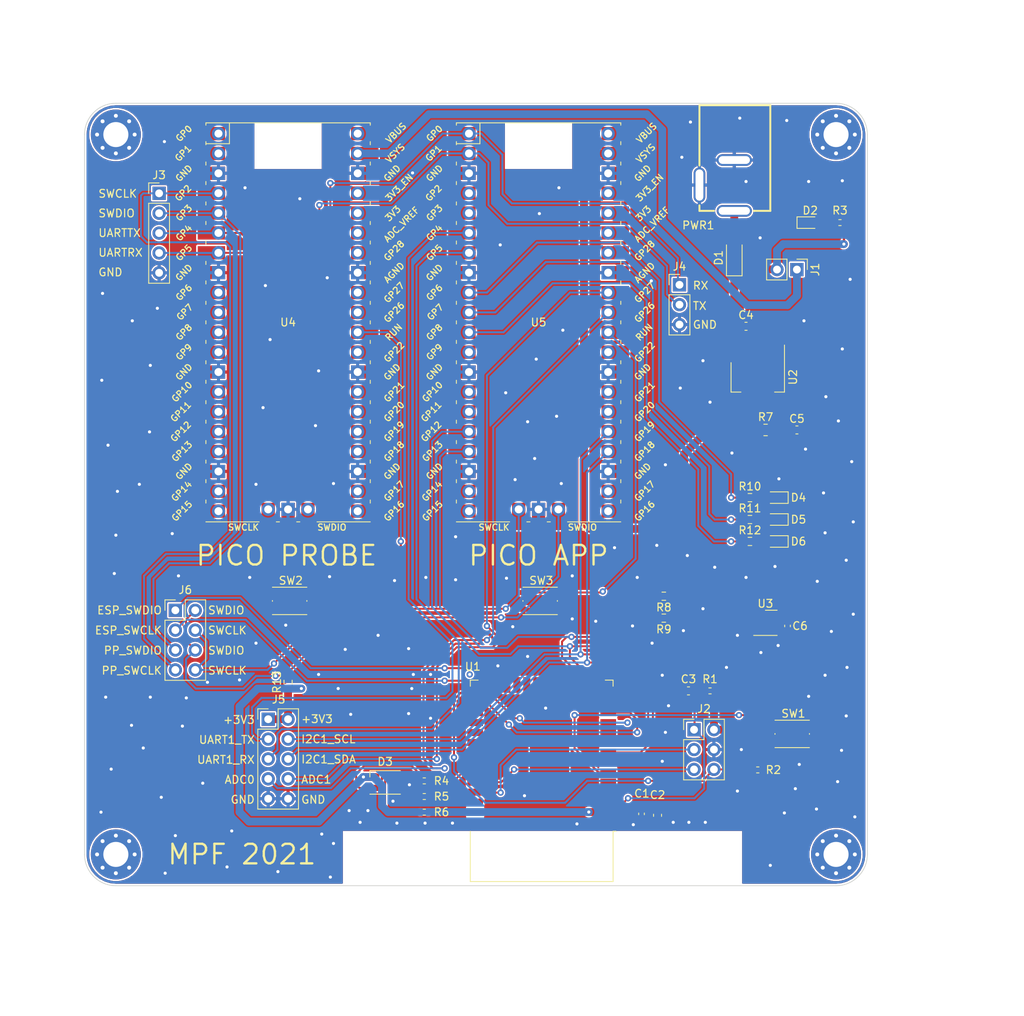
<source format=kicad_pcb>
(kicad_pcb (version 20171130) (host pcbnew "(5.1.8)-1")
  (layers (0 F.Cu signal) (31 B.Cu signal) (34 B.Paste user) (35 F.Paste user) (36 B.SilkS user) (37 F.SilkS user) (38 B.Mask user) (39 F.Mask user) (44 Edge.Cuts user))
  (net 0 "")
  (net 1 GND)
  (net 2 +3V3)
  (net 3 +5V)
  (net 4 "Net-(C5-Pad1)")
  (net 5 "Net-(D3-Pad2)")
  (net 6 "Net-(D3-Pad3)")
  (net 7 "Net-(D3-Pad4)")
  (net 8 VCC)
  (net 9 /ESP_IO0)
  (net 10 /ESP_RXD)
  (net 11 /ESP_TXD)
  (net 12 "Net-(D2-Pad2)")
  (net 13 /LED_RED)
  (net 14 /LED_GREEN)
  (net 15 /LED_BLUE)
  (net 16 /I2C_SCL_RP)
  (net 17 /I2C_SDA_RP)
  (net 18 "Net-(D4-Pad2)")
  (net 19 /LED0)
  (net 20 "Net-(D5-Pad2)")
  (net 21 /LED1)
  (net 22 "Net-(D6-Pad2)")
  (net 23 /LED2)
  (net 24 /SWDIO)
  (net 25 "Net-(SW1-Pad1)")
  (net 26 "Net-(SW2-Pad1)")
  (net 27 "Net-(SW3-Pad1)")
  (net 28 "Net-(U1-Pad32)")
  (net 29 "Net-(U1-Pad31)")
  (net 30 "Net-(U1-Pad30)")
  (net 31 "Net-(U1-Pad29)")
  (net 32 "Net-(U1-Pad28)")
  (net 33 "Net-(U1-Pad27)")
  (net 34 "Net-(U1-Pad26)")
  (net 35 "Net-(TP1-Pad1)")
  (net 36 "Net-(U1-Pad23)")
  (net 37 "Net-(U1-Pad22)")
  (net 38 "Net-(U1-Pad21)")
  (net 39 "Net-(U1-Pad20)")
  (net 40 "Net-(U1-Pad19)")
  (net 41 "Net-(U1-Pad18)")
  (net 42 "Net-(U1-Pad17)")
  (net 43 "Net-(U1-Pad16)")
  (net 44 "Net-(U1-Pad14)")
  (net 45 "Net-(U1-Pad13)")
  (net 46 /ESP_SWCLK)
  (net 47 /ESP_SWDIO)
  (net 48 "Net-(U1-Pad10)")
  (net 49 "Net-(U1-Pad7)")
  (net 50 "Net-(U1-Pad5)")
  (net 51 "Net-(U1-Pad4)")
  (net 52 /I2C1_SCL)
  (net 53 "Net-(U3-Pad4)")
  (net 54 "Net-(U3-Pad3)")
  (net 55 /I2C1_SDA)
  (net 56 /UART_RX)
  (net 57 /UART_TX)
  (net 58 /SWCLK)
  (net 59 /ADC1)
  (net 60 /ADC0)
  (net 61 /UART1_RX)
  (net 62 /UART1_TX)
  (net 63 "Net-(D1-Pad2)")
  (net 64 "Net-(U4-Pad43)")
  (net 65 "Net-(U4-Pad41)")
  (net 66 "Net-(U4-Pad21)")
  (net 67 "Net-(U4-Pad22)")
  (net 68 "Net-(U4-Pad24)")
  (net 69 "Net-(U4-Pad25)")
  (net 70 "Net-(U4-Pad26)")
  (net 71 "Net-(U4-Pad27)")
  (net 72 "Net-(U4-Pad29)")
  (net 73 "Net-(U4-Pad31)")
  (net 74 "Net-(U4-Pad32)")
  (net 75 "Net-(U4-Pad34)")
  (net 76 "Net-(U4-Pad35)")
  (net 77 "Net-(U4-Pad36)")
  (net 78 "Net-(U4-Pad37)")
  (net 79 "Net-(U4-Pad40)")
  (net 80 "Net-(U4-Pad20)")
  (net 81 "Net-(U4-Pad19)")
  (net 82 "Net-(U4-Pad17)")
  (net 83 "Net-(U4-Pad16)")
  (net 84 "Net-(U4-Pad15)")
  (net 85 "Net-(U4-Pad14)")
  (net 86 "Net-(U4-Pad12)")
  (net 87 "Net-(U4-Pad11)")
  (net 88 "Net-(U4-Pad10)")
  (net 89 "Net-(U4-Pad9)")
  (net 90 "Net-(U4-Pad2)")
  (net 91 "Net-(U4-Pad1)")
  (net 92 "Net-(U5-Pad21)")
  (net 93 "Net-(U5-Pad22)")
  (net 94 "Net-(U5-Pad26)")
  (net 95 "Net-(U5-Pad27)")
  (net 96 "Net-(U5-Pad29)")
  (net 97 "Net-(U5-Pad34)")
  (net 98 "Net-(U5-Pad35)")
  (net 99 "Net-(U5-Pad36)")
  (net 100 "Net-(U5-Pad37)")
  (net 101 "Net-(U5-Pad40)")
  (net 102 "Net-(U5-Pad20)")
  (net 103 "Net-(U5-Pad19)")
  (net 104 "Net-(U5-Pad15)")
  (net 105 "Net-(U5-Pad14)")
  (net 106 "Net-(U5-Pad12)")
  (net 107 "Net-(U5-Pad5)")
  (net 108 "Net-(U5-Pad4)")
  (net 109 /ESP_EN)
  (net 110 /PP_SWCLK)
  (net 111 /PP_SWDIO)
  (module Resistor_SMD:R_0402_1005Metric (layer F.Cu) (at 253.4 230.6)
    (fp_text reference R6 (at 2.2 0) (layer F.SilkS))
    (fp_text value 1K)
    (pad 2 smd roundrect (at 0.51 0) (size 0.54 0.64) (layers F.Cu F.Paste F.Mask) (net 15 /LED_BLUE))
    (pad 1 smd roundrect (at -0.51 0) (size 0.54 0.64) (layers F.Cu F.Paste F.Mask) (net 7 "Net-(D3-Pad4)"))
  )
  (module MountingHole:MountingHole_3.2mm_M3_Pad_Via (layer F.Cu) (at 306 144)
    (fp_text reference H4 hide)
    (fp_text value MountingHole)
    (pad 1 thru_hole circle (at 1.697056 -1.697056) (size 0.8 0.8) (drill 0.5) (layers *.Cu *.Mask))
    (pad 1 thru_hole circle (at 0 -2.4) (size 0.8 0.8) (drill 0.5) (layers *.Cu *.Mask))
    (pad 1 thru_hole circle (at -1.697056 -1.697056) (size 0.8 0.8) (drill 0.5) (layers *.Cu *.Mask))
    (pad 1 thru_hole circle (at -2.4 0) (size 0.8 0.8) (drill 0.5) (layers *.Cu *.Mask))
    (pad 1 thru_hole circle (at -1.697056 1.697056) (size 0.8 0.8) (drill 0.5) (layers *.Cu *.Mask))
    (pad 1 thru_hole circle (at 0 2.4) (size 0.8 0.8) (drill 0.5) (layers *.Cu *.Mask))
    (pad 1 thru_hole circle (at 1.697056 1.697056) (size 0.8 0.8) (drill 0.5) (layers *.Cu *.Mask))
    (pad 1 thru_hole circle (at 2.4 0) (size 0.8 0.8) (drill 0.5) (layers *.Cu *.Mask))
    (pad 1 thru_hole circle (at 0 0) (size 6.4 6.4) (drill 3.2) (layers *.Cu *.Mask))
  )
  (module MountingHole:MountingHole_3.2mm_M3_Pad_Via (layer F.Cu) (at 214 236)
    (fp_text reference H3 hide)
    (fp_text value MountingHole)
    (pad 1 thru_hole circle (at 1.697056 -1.697056) (size 0.8 0.8) (drill 0.5) (layers *.Cu *.Mask))
    (pad 1 thru_hole circle (at 0 -2.4) (size 0.8 0.8) (drill 0.5) (layers *.Cu *.Mask))
    (pad 1 thru_hole circle (at -1.697056 -1.697056) (size 0.8 0.8) (drill 0.5) (layers *.Cu *.Mask))
    (pad 1 thru_hole circle (at -2.4 0) (size 0.8 0.8) (drill 0.5) (layers *.Cu *.Mask))
    (pad 1 thru_hole circle (at -1.697056 1.697056) (size 0.8 0.8) (drill 0.5) (layers *.Cu *.Mask))
    (pad 1 thru_hole circle (at 0 2.4) (size 0.8 0.8) (drill 0.5) (layers *.Cu *.Mask))
    (pad 1 thru_hole circle (at 1.697056 1.697056) (size 0.8 0.8) (drill 0.5) (layers *.Cu *.Mask))
    (pad 1 thru_hole circle (at 2.4 0) (size 0.8 0.8) (drill 0.5) (layers *.Cu *.Mask))
    (pad 1 thru_hole circle (at 0 0) (size 6.4 6.4) (drill 3.2) (layers *.Cu *.Mask))
  )
  (module MountingHole:MountingHole_3.2mm_M3_Pad_Via (layer F.Cu) (at 306 236)
    (fp_text reference H2 hide)
    (fp_text value MountingHole)
    (pad 1 thru_hole circle (at 1.697056 -1.697056) (size 0.8 0.8) (drill 0.5) (layers *.Cu *.Mask))
    (pad 1 thru_hole circle (at 0 -2.4) (size 0.8 0.8) (drill 0.5) (layers *.Cu *.Mask))
    (pad 1 thru_hole circle (at -1.697056 -1.697056) (size 0.8 0.8) (drill 0.5) (layers *.Cu *.Mask))
    (pad 1 thru_hole circle (at -2.4 0) (size 0.8 0.8) (drill 0.5) (layers *.Cu *.Mask))
    (pad 1 thru_hole circle (at -1.697056 1.697056) (size 0.8 0.8) (drill 0.5) (layers *.Cu *.Mask))
    (pad 1 thru_hole circle (at 0 2.4) (size 0.8 0.8) (drill 0.5) (layers *.Cu *.Mask))
    (pad 1 thru_hole circle (at 1.697056 1.697056) (size 0.8 0.8) (drill 0.5) (layers *.Cu *.Mask))
    (pad 1 thru_hole circle (at 2.4 0) (size 0.8 0.8) (drill 0.5) (layers *.Cu *.Mask))
    (pad 1 thru_hole circle (at 0 0) (size 6.4 6.4) (drill 3.2) (layers *.Cu *.Mask))
  )
  (module MountingHole:MountingHole_3.2mm_M3_Pad_Via (layer F.Cu) (at 214 144)
    (fp_text reference H1 hide)
    (fp_text value MountingHole)
    (pad 1 thru_hole circle (at 1.697056 -1.697056) (size 0.8 0.8) (drill 0.5) (layers *.Cu *.Mask))
    (pad 1 thru_hole circle (at 0 -2.4) (size 0.8 0.8) (drill 0.5) (layers *.Cu *.Mask))
    (pad 1 thru_hole circle (at -1.697056 -1.697056) (size 0.8 0.8) (drill 0.5) (layers *.Cu *.Mask))
    (pad 1 thru_hole circle (at -2.4 0) (size 0.8 0.8) (drill 0.5) (layers *.Cu *.Mask))
    (pad 1 thru_hole circle (at -1.697056 1.697056) (size 0.8 0.8) (drill 0.5) (layers *.Cu *.Mask))
    (pad 1 thru_hole circle (at 0 2.4) (size 0.8 0.8) (drill 0.5) (layers *.Cu *.Mask))
    (pad 1 thru_hole circle (at 1.697056 1.697056) (size 0.8 0.8) (drill 0.5) (layers *.Cu *.Mask))
    (pad 1 thru_hole circle (at 2.4 0) (size 0.8 0.8) (drill 0.5) (layers *.Cu *.Mask))
    (pad 1 thru_hole circle (at 0 0) (size 6.4 6.4) (drill 3.2) (layers *.Cu *.Mask))
  )
  (module Capacitor_SMD:C_0402_1005Metric (layer F.Cu) (at 281.15 230.82 270)
    (fp_text reference C1 (at -2.6 -0.05) (layer F.SilkS))
    (fp_text value 100n)
    (pad 2 smd roundrect (at 0.48 0 270) (size 0.56 0.62) (layers F.Cu F.Paste F.Mask) (net 1 GND))
    (pad 1 smd roundrect (at -0.48 0 270) (size 0.56 0.62) (layers F.Cu F.Paste F.Mask) (net 2 +3V3))
  )
  (module Resistor_SMD:R_0603_1608Metric (layer F.Cu) (at 295 196)
    (fp_text reference R12 (at 0 -1.43) (layer F.SilkS))
    (fp_text value 1K)
    (pad 2 smd roundrect (at 0.825 0) (size 0.8 0.95) (layers F.Cu F.Paste F.Mask) (net 22 "Net-(D6-Pad2)"))
    (pad 1 smd roundrect (at -0.825 0) (size 0.8 0.95) (layers F.Cu F.Paste F.Mask) (net 23 /LED2))
  )
  (module Resistor_SMD:R_0603_1608Metric (layer F.Cu) (at 295 193.2)
    (fp_text reference R11 (at 0 -1.43) (layer F.SilkS))
    (fp_text value 1K)
    (pad 2 smd roundrect (at 0.825 0) (size 0.8 0.95) (layers F.Cu F.Paste F.Mask) (net 20 "Net-(D5-Pad2)"))
    (pad 1 smd roundrect (at -0.825 0) (size 0.8 0.95) (layers F.Cu F.Paste F.Mask) (net 21 /LED1))
  )
  (module Resistor_SMD:R_0603_1608Metric (layer F.Cu) (at 295 190.4)
    (fp_text reference R10 (at 0 -1.43) (layer F.SilkS))
    (fp_text value 1K)
    (pad 2 smd roundrect (at 0.825 0) (size 0.8 0.95) (layers F.Cu F.Paste F.Mask) (net 18 "Net-(D4-Pad2)"))
    (pad 1 smd roundrect (at -0.825 0) (size 0.8 0.95) (layers F.Cu F.Paste F.Mask) (net 19 /LED0))
  )
  (module Resistor_SMD:R_0402_1005Metric (layer F.Cu) (at 253.4 228.6)
    (fp_text reference R5 (at 2.2 0) (layer F.SilkS))
    (fp_text value 1K)
    (pad 2 smd roundrect (at 0.51 0) (size 0.54 0.64) (layers F.Cu F.Paste F.Mask) (net 14 /LED_GREEN))
    (pad 1 smd roundrect (at -0.51 0) (size 0.54 0.64) (layers F.Cu F.Paste F.Mask) (net 6 "Net-(D3-Pad3)"))
  )
  (module Resistor_SMD:R_0402_1005Metric (layer F.Cu) (at 253.4 226.6)
    (fp_text reference R4 (at 2.2 0) (layer F.SilkS))
    (fp_text value 1K)
    (pad 2 smd roundrect (at 0.51 0) (size 0.54 0.64) (layers F.Cu F.Paste F.Mask) (net 13 /LED_RED))
    (pad 1 smd roundrect (at -0.51 0) (size 0.54 0.64) (layers F.Cu F.Paste F.Mask) (net 5 "Net-(D3-Pad2)"))
  )
  (module Resistor_SMD:R_0402_1005Metric (layer F.Cu) (at 306.5 155.25 180)
    (fp_text reference R3 (at 0 1.55) (layer F.SilkS))
    (fp_text value 1K)
    (pad 2 smd roundrect (at 0.51 0 180) (size 0.54 0.64) (layers F.Cu F.Paste F.Mask) (net 12 "Net-(D2-Pad2)"))
    (pad 1 smd roundrect (at -0.51 0 180) (size 0.54 0.64) (layers F.Cu F.Paste F.Mask) (net 3 +5V))
  )
  (module Resistor_SMD:R_0402_1005Metric (layer F.Cu) (at 296 225.2 180)
    (fp_text reference R2 (at -2 0) (layer F.SilkS))
    (fp_text value 1K)
    (pad 2 smd roundrect (at 0.51 0 180) (size 0.54 0.64) (layers F.Cu F.Paste F.Mask) (net 9 /ESP_IO0))
    (pad 1 smd roundrect (at -0.51 0 180) (size 0.54 0.64) (layers F.Cu F.Paste F.Mask) (net 2 +3V3))
  )
  (module Resistor_SMD:R_0402_1005Metric (layer F.Cu) (at 289.9 215.1 180)
    (fp_text reference R1 (at 0 1.5) (layer F.SilkS))
    (fp_text value 1K)
    (pad 2 smd roundrect (at 0.51 0 180) (size 0.54 0.64) (layers F.Cu F.Paste F.Mask) (net 109 /ESP_EN))
    (pad 1 smd roundrect (at -0.51 0 180) (size 0.54 0.64) (layers F.Cu F.Paste F.Mask) (net 2 +3V3))
  )
  (module RPi_Pico:RPi_Pico_SMD_TH (layer F.Cu) (at 268 168)
    (fp_text reference U5 (at 0 0) (layer F.SilkS))
    (fp_text value Pico)
    (fp_text user SWDIO (at 5.6 26.2) (layer F.SilkS) (effects (font (size 0.8 0.8))))
    (fp_text user SWCLK (at -5.7 26.2) (layer F.SilkS) (effects (font (size 0.8 0.8))))
    (fp_text user AGND (at 13.554 -6.35 45) (layer F.SilkS) (effects (font (size 0.8 0.8))))
    (fp_text user GND (at 13.3 -19.05 45) (layer F.SilkS) (effects (font (size 0.8 0.8))))
    (fp_text user GND (at 13.3 6.35 45) (layer F.SilkS) (effects (font (size 0.8 0.8))))
    (fp_text user GND (at 13.3 19.05 45) (layer F.SilkS) (effects (font (size 0.8 0.8))))
    (fp_text user GND (at -13.3 19.05 45) (layer F.SilkS) (effects (font (size 0.8 0.8))))
    (fp_text user GND (at -13.3 6.35 45) (layer F.SilkS) (effects (font (size 0.8 0.8))))
    (fp_text user GND (at -13.3 -6.35 45) (layer F.SilkS) (effects (font (size 0.8 0.8))))
    (fp_text user GND (at -13.3 -19.05 45) (layer F.SilkS) (effects (font (size 0.8 0.8))))
    (fp_text user VBUS (at 13.8 -24.2 45) (layer F.SilkS) (effects (font (size 0.8 0.8))))
    (fp_text user VSYS (at 13.7 -21.59 45) (layer F.SilkS) (effects (font (size 0.8 0.8))))
    (fp_text user 3V3_EN (at 14.2 -17.2 45) (layer F.SilkS) (effects (font (size 0.8 0.8))))
    (fp_text user 3V3 (at 13.4 -13.9 45) (layer F.SilkS) (effects (font (size 0.8 0.8))))
    (fp_text user ADC_VREF (at 14.5 -12.5 45) (layer F.SilkS) (effects (font (size 0.8 0.8))))
    (fp_text user GP28 (at 13.554 -9.144 45) (layer F.SilkS) (effects (font (size 0.8 0.8))))
    (fp_text user GP27 (at 13.554 -3.8 45) (layer F.SilkS) (effects (font (size 0.8 0.8))))
    (fp_text user GP26 (at 13.554 -1.27 45) (layer F.SilkS) (effects (font (size 0.8 0.8))))
    (fp_text user RUN (at 13.5 1.27 45) (layer F.SilkS) (effects (font (size 0.8 0.8))))
    (fp_text user GP22 (at 13.554 3.81 45) (layer F.SilkS) (effects (font (size 0.8 0.8))))
    (fp_text user GP21 (at 13.554 8.9 45) (layer F.SilkS) (effects (font (size 0.8 0.8))))
    (fp_text user GP20 (at 13.554 11.43 45) (layer F.SilkS) (effects (font (size 0.8 0.8))))
    (fp_text user GP19 (at 13.554 13.97 45) (layer F.SilkS) (effects (font (size 0.8 0.8))))
    (fp_text user GP18 (at 13.554 16.51 45) (layer F.SilkS) (effects (font (size 0.8 0.8))))
    (fp_text user GP17 (at 13.554 21.59 45) (layer F.SilkS) (effects (font (size 0.8 0.8))))
    (fp_text user GP16 (at 13.554 24.13 45) (layer F.SilkS) (effects (font (size 0.8 0.8))))
    (fp_text user GP15 (at -13.554 24.13 45) (layer F.SilkS) (effects (font (size 0.8 0.8))))
    (fp_text user GP14 (at -13.6 21.59 45) (layer F.SilkS) (effects (font (size 0.8 0.8))))
    (fp_text user GP13 (at -13.554 16.51 45) (layer F.SilkS) (effects (font (size 0.8 0.8))))
    (fp_text user GP12 (at -13.7 13.97 45) (layer F.SilkS) (effects (font (size 0.8 0.8))))
    (fp_text user GP11 (at -13.7 11.43 45) (layer F.SilkS) (effects (font (size 0.8 0.8))))
    (fp_text user GP10 (at -13.554 8.89 45) (layer F.SilkS) (effects (font (size 0.8 0.8))))
    (fp_text user GP9 (at -13.3 3.81 45) (layer F.SilkS) (effects (font (size 0.8 0.8))))
    (fp_text user GP8 (at -13.3 1.27 45) (layer F.SilkS) (effects (font (size 0.8 0.8))))
    (fp_text user GP7 (at -13.2 -1.3 45) (layer F.SilkS) (effects (font (size 0.8 0.8))))
    (fp_text user GP6 (at -13.3 -3.81 45) (layer F.SilkS) (effects (font (size 0.8 0.8))))
    (fp_text user GP5 (at -13.3 -8.89 45) (layer F.SilkS) (effects (font (size 0.8 0.8))))
    (fp_text user GP4 (at -13.3 -11.43 45) (layer F.SilkS) (effects (font (size 0.8 0.8))))
    (fp_text user GP3 (at -13.3 -13.97 45) (layer F.SilkS) (effects (font (size 0.8 0.8))))
    (fp_text user GP0 (at -13.3 -24.13 45) (layer F.SilkS) (effects (font (size 0.8 0.8))))
    (fp_text user GP2 (at -13.4 -16.51 45) (layer F.SilkS) (effects (font (size 0.8 0.8))))
    (fp_text user GP1 (at -13.4 -21.6 45) (layer F.SilkS) (effects (font (size 0.8 0.8))))
    (pad 43 thru_hole oval (at 2.54 23.9) (size 1.7 1.7) (drill 1.02) (layers *.Cu *.Mask) (net 24 /SWDIO))
    (pad 43 smd rect (at 2.54 23.9 90) (size 3.5 1.7) (drill (offset -0.9 0)) (layers F.Cu F.Mask) (net 24 /SWDIO))
    (pad 42 thru_hole rect (at 0 23.9) (size 1.7 1.7) (drill 1.02) (layers *.Cu *.Mask) (net 1 GND))
    (pad 42 smd rect (at 0 23.9 90) (size 3.5 1.7) (drill (offset -0.9 0)) (layers F.Cu F.Mask) (net 1 GND))
    (pad 41 thru_hole oval (at -2.54 23.9) (size 1.7 1.7) (drill 1.02) (layers *.Cu *.Mask) (net 58 /SWCLK))
    (pad 41 smd rect (at -2.54 23.9 90) (size 3.5 1.7) (drill (offset -0.9 0)) (layers F.Cu F.Mask) (net 58 /SWCLK))
    (pad "" np_thru_hole oval (at 2.425 -20.97) (size 1.5 1.5) (drill 1.5) (layers *.Cu *.Mask))
    (pad "" np_thru_hole oval (at -2.425 -20.97) (size 1.5 1.5) (drill 1.5) (layers *.Cu *.Mask))
    (pad "" np_thru_hole oval (at 2.725 -24) (size 1.8 1.8) (drill 1.8) (layers *.Cu *.Mask))
    (pad "" np_thru_hole oval (at -2.725 -24) (size 1.8 1.8) (drill 1.8) (layers *.Cu *.Mask))
    (pad 21 smd rect (at 8.89 24.13) (size 3.5 1.7) (drill (offset 0.9 0)) (layers F.Cu F.Mask) (net 92 "Net-(U5-Pad21)"))
    (pad 22 smd rect (at 8.89 21.59) (size 3.5 1.7) (drill (offset 0.9 0)) (layers F.Cu F.Mask) (net 93 "Net-(U5-Pad22)"))
    (pad 23 smd rect (at 8.89 19.05) (size 3.5 1.7) (drill (offset 0.9 0)) (layers F.Cu F.Mask) (net 1 GND))
    (pad 24 smd rect (at 8.89 16.51) (size 3.5 1.7) (drill (offset 0.9 0)) (layers F.Cu F.Mask) (net 55 /I2C1_SDA))
    (pad 25 smd rect (at 8.89 13.97) (size 3.5 1.7) (drill (offset 0.9 0)) (layers F.Cu F.Mask) (net 52 /I2C1_SCL))
    (pad 26 smd rect (at 8.89 11.43) (size 3.5 1.7) (drill (offset 0.9 0)) (layers F.Cu F.Mask) (net 94 "Net-(U5-Pad26)"))
    (pad 27 smd rect (at 8.89 8.89) (size 3.5 1.7) (drill (offset 0.9 0)) (layers F.Cu F.Mask) (net 95 "Net-(U5-Pad27)"))
    (pad 28 smd rect (at 8.89 6.35) (size 3.5 1.7) (drill (offset 0.9 0)) (layers F.Cu F.Mask) (net 1 GND))
    (pad 29 smd rect (at 8.89 3.81) (size 3.5 1.7) (drill (offset 0.9 0)) (layers F.Cu F.Mask) (net 96 "Net-(U5-Pad29)"))
    (pad 30 smd rect (at 8.89 1.27) (size 3.5 1.7) (drill (offset 0.9 0)) (layers F.Cu F.Mask) (net 27 "Net-(SW3-Pad1)"))
    (pad 31 smd rect (at 8.89 -1.27) (size 3.5 1.7) (drill (offset 0.9 0)) (layers F.Cu F.Mask) (net 60 /ADC0))
    (pad 32 smd rect (at 8.89 -3.81) (size 3.5 1.7) (drill (offset 0.9 0)) (layers F.Cu F.Mask) (net 59 /ADC1))
    (pad 33 smd rect (at 8.89 -6.35) (size 3.5 1.7) (drill (offset 0.9 0)) (layers F.Cu F.Mask) (net 1 GND))
    (pad 34 smd rect (at 8.89 -8.89) (size 3.5 1.7) (drill (offset 0.9 0)) (layers F.Cu F.Mask) (net 97 "Net-(U5-Pad34)"))
    (pad 35 smd rect (at 8.89 -11.43) (size 3.5 1.7) (drill (offset 0.9 0)) (layers F.Cu F.Mask) (net 98 "Net-(U5-Pad35)"))
    (pad 36 smd rect (at 8.89 -13.97) (size 3.5 1.7) (drill (offset 0.9 0)) (layers F.Cu F.Mask) (net 99 "Net-(U5-Pad36)"))
    (pad 37 smd rect (at 8.89 -16.51) (size 3.5 1.7) (drill (offset 0.9 0)) (layers F.Cu F.Mask) (net 100 "Net-(U5-Pad37)"))
    (pad 38 smd rect (at 8.89 -19.05) (size 3.5 1.7) (drill (offset 0.9 0)) (layers F.Cu F.Mask) (net 1 GND))
    (pad 39 smd rect (at 8.89 -21.59) (size 3.5 1.7) (drill (offset 0.9 0)) (layers F.Cu F.Mask) (net 2 +3V3))
    (pad 40 smd rect (at 8.89 -24.13) (size 3.5 1.7) (drill (offset 0.9 0)) (layers F.Cu F.Mask) (net 101 "Net-(U5-Pad40)"))
    (pad 20 smd rect (at -8.89 24.13) (size 3.5 1.7) (drill (offset -0.9 0)) (layers F.Cu F.Mask) (net 102 "Net-(U5-Pad20)"))
    (pad 19 smd rect (at -8.89 21.59) (size 3.5 1.7) (drill (offset -0.9 0)) (layers F.Cu F.Mask) (net 103 "Net-(U5-Pad19)"))
    (pad 18 smd rect (at -8.89 19.05) (size 3.5 1.7) (drill (offset -0.9 0)) (layers F.Cu F.Mask) (net 1 GND))
    (pad 17 smd rect (at -8.89 16.51) (size 3.5 1.7) (drill (offset -0.9 0)) (layers F.Cu F.Mask) (net 16 /I2C_SCL_RP))
    (pad 16 smd rect (at -8.89 13.97) (size 3.5 1.7) (drill (offset -0.9 0)) (layers F.Cu F.Mask) (net 17 /I2C_SDA_RP))
    (pad 15 smd rect (at -8.89 11.43) (size 3.5 1.7) (drill (offset -0.9 0)) (layers F.Cu F.Mask) (net 104 "Net-(U5-Pad15)"))
    (pad 14 smd rect (at -8.89 8.89) (size 3.5 1.7) (drill (offset -0.9 0)) (layers F.Cu F.Mask) (net 105 "Net-(U5-Pad14)"))
    (pad 13 smd rect (at -8.89 6.35) (size 3.5 1.7) (drill (offset -0.9 0)) (layers F.Cu F.Mask) (net 1 GND))
    (pad 12 smd rect (at -8.89 3.81) (size 3.5 1.7) (drill (offset -0.9 0)) (layers F.Cu F.Mask) (net 106 "Net-(U5-Pad12)"))
    (pad 11 smd rect (at -8.89 1.27) (size 3.5 1.7) (drill (offset -0.9 0)) (layers F.Cu F.Mask) (net 23 /LED2))
    (pad 10 smd rect (at -8.89 -1.27) (size 3.5 1.7) (drill (offset -0.9 0)) (layers F.Cu F.Mask) (net 21 /LED1))
    (pad 9 smd rect (at -8.89 -3.81) (size 3.5 1.7) (drill (offset -0.9 0)) (layers F.Cu F.Mask) (net 19 /LED0))
    (pad 8 smd rect (at -8.89 -6.35) (size 3.5 1.7) (drill (offset -0.9 0)) (layers F.Cu F.Mask) (net 1 GND))
    (pad 7 smd rect (at -8.89 -8.89) (size 3.5 1.7) (drill (offset -0.9 0)) (layers F.Cu F.Mask) (net 61 /UART1_RX))
    (pad 6 smd rect (at -8.89 -11.43) (size 3.5 1.7) (drill (offset -0.9 0)) (layers F.Cu F.Mask) (net 62 /UART1_TX))
    (pad 5 smd rect (at -8.89 -13.97) (size 3.5 1.7) (drill (offset -0.9 0)) (layers F.Cu F.Mask) (net 107 "Net-(U5-Pad5)"))
    (pad 4 smd rect (at -8.89 -16.51) (size 3.5 1.7) (drill (offset -0.9 0)) (layers F.Cu F.Mask) (net 108 "Net-(U5-Pad4)"))
    (pad 3 smd rect (at -8.89 -19.05) (size 3.5 1.7) (drill (offset -0.9 0)) (layers F.Cu F.Mask) (net 1 GND))
    (pad 2 smd rect (at -8.89 -21.59) (size 3.5 1.7) (drill (offset -0.9 0)) (layers F.Cu F.Mask) (net 57 /UART_TX))
    (pad 1 smd rect (at -8.89 -24.13) (size 3.5 1.7) (drill (offset -0.9 0)) (layers F.Cu F.Mask) (net 56 /UART_RX))
    (pad 40 thru_hole oval (at 8.89 -24.13) (size 1.7 1.7) (drill 1.02) (layers *.Cu *.Mask) (net 101 "Net-(U5-Pad40)"))
    (pad 39 thru_hole oval (at 8.89 -21.59) (size 1.7 1.7) (drill 1.02) (layers *.Cu *.Mask) (net 2 +3V3))
    (pad 38 thru_hole rect (at 8.89 -19.05) (size 1.7 1.7) (drill 1.02) (layers *.Cu *.Mask) (net 1 GND))
    (pad 37 thru_hole oval (at 8.89 -16.51) (size 1.7 1.7) (drill 1.02) (layers *.Cu *.Mask) (net 100 "Net-(U5-Pad37)"))
    (pad 36 thru_hole oval (at 8.89 -13.97) (size 1.7 1.7) (drill 1.02) (layers *.Cu *.Mask) (net 99 "Net-(U5-Pad36)"))
    (pad 35 thru_hole oval (at 8.89 -11.43) (size 1.7 1.7) (drill 1.02) (layers *.Cu *.Mask) (net 98 "Net-(U5-Pad35)"))
    (pad 34 thru_hole oval (at 8.89 -8.89) (size 1.7 1.7) (drill 1.02) (layers *.Cu *.Mask) (net 97 "Net-(U5-Pad34)"))
    (pad 33 thru_hole rect (at 8.89 -6.35) (size 1.7 1.7) (drill 1.02) (layers *.Cu *.Mask) (net 1 GND))
    (pad 32 thru_hole oval (at 8.89 -3.81) (size 1.7 1.7) (drill 1.02) (layers *.Cu *.Mask) (net 59 /ADC1))
    (pad 31 thru_hole oval (at 8.89 -1.27) (size 1.7 1.7) (drill 1.02) (layers *.Cu *.Mask) (net 60 /ADC0))
    (pad 30 thru_hole oval (at 8.89 1.27) (size 1.7 1.7) (drill 1.02) (layers *.Cu *.Mask) (net 27 "Net-(SW3-Pad1)"))
    (pad 29 thru_hole oval (at 8.89 3.81) (size 1.7 1.7) (drill 1.02) (layers *.Cu *.Mask) (net 96 "Net-(U5-Pad29)"))
    (pad 28 thru_hole rect (at 8.89 6.35) (size 1.7 1.7) (drill 1.02) (layers *.Cu *.Mask) (net 1 GND))
    (pad 27 thru_hole oval (at 8.89 8.89) (size 1.7 1.7) (drill 1.02) (layers *.Cu *.Mask) (net 95 "Net-(U5-Pad27)"))
    (pad 26 thru_hole oval (at 8.89 11.43) (size 1.7 1.7) (drill 1.02) (layers *.Cu *.Mask) (net 94 "Net-(U5-Pad26)"))
    (pad 25 thru_hole oval (at 8.89 13.97) (size 1.7 1.7) (drill 1.02) (layers *.Cu *.Mask) (net 52 /I2C1_SCL))
    (pad 24 thru_hole oval (at 8.89 16.51) (size 1.7 1.7) (drill 1.02) (layers *.Cu *.Mask) (net 55 /I2C1_SDA))
    (pad 23 thru_hole rect (at 8.89 19.05) (size 1.7 1.7) (drill 1.02) (layers *.Cu *.Mask) (net 1 GND))
    (pad 22 thru_hole oval (at 8.89 21.59) (size 1.7 1.7) (drill 1.02) (layers *.Cu *.Mask) (net 93 "Net-(U5-Pad22)"))
    (pad 21 thru_hole oval (at 8.89 24.13) (size 1.7 1.7) (drill 1.02) (layers *.Cu *.Mask) (net 92 "Net-(U5-Pad21)"))
    (pad 20 thru_hole oval (at -8.89 24.13) (size 1.7 1.7) (drill 1.02) (layers *.Cu *.Mask) (net 102 "Net-(U5-Pad20)"))
    (pad 19 thru_hole oval (at -8.89 21.59) (size 1.7 1.7) (drill 1.02) (layers *.Cu *.Mask) (net 103 "Net-(U5-Pad19)"))
    (pad 18 thru_hole rect (at -8.89 19.05) (size 1.7 1.7) (drill 1.02) (layers *.Cu *.Mask) (net 1 GND))
    (pad 17 thru_hole oval (at -8.89 16.51) (size 1.7 1.7) (drill 1.02) (layers *.Cu *.Mask) (net 16 /I2C_SCL_RP))
    (pad 16 thru_hole oval (at -8.89 13.97) (size 1.7 1.7) (drill 1.02) (layers *.Cu *.Mask) (net 17 /I2C_SDA_RP))
    (pad 15 thru_hole oval (at -8.89 11.43) (size 1.7 1.7) (drill 1.02) (layers *.Cu *.Mask) (net 104 "Net-(U5-Pad15)"))
    (pad 14 thru_hole oval (at -8.89 8.89) (size 1.7 1.7) (drill 1.02) (layers *.Cu *.Mask) (net 105 "Net-(U5-Pad14)"))
    (pad 13 thru_hole rect (at -8.89 6.35) (size 1.7 1.7) (drill 1.02) (layers *.Cu *.Mask) (net 1 GND))
    (pad 12 thru_hole oval (at -8.89 3.81) (size 1.7 1.7) (drill 1.02) (layers *.Cu *.Mask) (net 106 "Net-(U5-Pad12)"))
    (pad 11 thru_hole oval (at -8.89 1.27) (size 1.7 1.7) (drill 1.02) (layers *.Cu *.Mask) (net 23 /LED2))
    (pad 10 thru_hole oval (at -8.89 -1.27) (size 1.7 1.7) (drill 1.02) (layers *.Cu *.Mask) (net 21 /LED1))
    (pad 9 thru_hole oval (at -8.89 -3.81) (size 1.7 1.7) (drill 1.02) (layers *.Cu *.Mask) (net 19 /LED0))
    (pad 8 thru_hole rect (at -8.89 -6.35) (size 1.7 1.7) (drill 1.02) (layers *.Cu *.Mask) (net 1 GND))
    (pad 7 thru_hole oval (at -8.89 -8.89) (size 1.7 1.7) (drill 1.02) (layers *.Cu *.Mask) (net 61 /UART1_RX))
    (pad 6 thru_hole oval (at -8.89 -11.43) (size 1.7 1.7) (drill 1.02) (layers *.Cu *.Mask) (net 62 /UART1_TX))
    (pad 5 thru_hole oval (at -8.89 -13.97) (size 1.7 1.7) (drill 1.02) (layers *.Cu *.Mask) (net 107 "Net-(U5-Pad5)"))
    (pad 4 thru_hole oval (at -8.89 -16.51) (size 1.7 1.7) (drill 1.02) (layers *.Cu *.Mask) (net 108 "Net-(U5-Pad4)"))
    (pad 3 thru_hole rect (at -8.89 -19.05) (size 1.7 1.7) (drill 1.02) (layers *.Cu *.Mask) (net 1 GND))
    (pad 2 thru_hole oval (at -8.89 -21.59) (size 1.7 1.7) (drill 1.02) (layers *.Cu *.Mask) (net 57 /UART_TX))
    (pad 1 thru_hole oval (at -8.89 -24.13) (size 1.7 1.7) (drill 1.02) (layers *.Cu *.Mask) (net 56 /UART_RX))
  )
  (module RPi_Pico:RPi_Pico_SMD_TH (layer F.Cu) (at 236 168)
    (fp_text reference U4 (at 0 0) (layer F.SilkS))
    (fp_text value Pico)
    (fp_text user SWDIO (at 5.6 26.2) (layer F.SilkS) (effects (font (size 0.8 0.8))))
    (fp_text user SWCLK (at -5.7 26.2) (layer F.SilkS) (effects (font (size 0.8 0.8))))
    (fp_text user AGND (at 13.554 -6.35 45) (layer F.SilkS) (effects (font (size 0.8 0.8))))
    (fp_text user GND (at 13.3 -19.05 45) (layer F.SilkS) (effects (font (size 0.8 0.8))))
    (fp_text user GND (at 13.3 6.35 45) (layer F.SilkS) (effects (font (size 0.8 0.8))))
    (fp_text user GND (at 13.3 19.05 45) (layer F.SilkS) (effects (font (size 0.8 0.8))))
    (fp_text user GND (at -13.3 19.05 45) (layer F.SilkS) (effects (font (size 0.8 0.8))))
    (fp_text user GND (at -13.3 6.35 45) (layer F.SilkS) (effects (font (size 0.8 0.8))))
    (fp_text user GND (at -13.3 -6.35 45) (layer F.SilkS) (effects (font (size 0.8 0.8))))
    (fp_text user GND (at -13.3 -19.05 45) (layer F.SilkS) (effects (font (size 0.8 0.8))))
    (fp_text user VBUS (at 13.8 -24.2 45) (layer F.SilkS) (effects (font (size 0.8 0.8))))
    (fp_text user VSYS (at 13.7 -21.59 45) (layer F.SilkS) (effects (font (size 0.8 0.8))))
    (fp_text user 3V3_EN (at 14.2 -17.2 45) (layer F.SilkS) (effects (font (size 0.8 0.8))))
    (fp_text user 3V3 (at 13.4 -13.9 45) (layer F.SilkS) (effects (font (size 0.8 0.8))))
    (fp_text user ADC_VREF (at 14.5 -12.5 45) (layer F.SilkS) (effects (font (size 0.8 0.8))))
    (fp_text user GP28 (at 13.554 -9.144 45) (layer F.SilkS) (effects (font (size 0.8 0.8))))
    (fp_text user GP27 (at 13.554 -3.8 45) (layer F.SilkS) (effects (font (size 0.8 0.8))))
    (fp_text user GP26 (at 13.554 -1.27 45) (layer F.SilkS) (effects (font (size 0.8 0.8))))
    (fp_text user RUN (at 13.5 1.27 45) (layer F.SilkS) (effects (font (size 0.8 0.8))))
    (fp_text user GP22 (at 13.554 3.81 45) (layer F.SilkS) (effects (font (size 0.8 0.8))))
    (fp_text user GP21 (at 13.554 8.9 45) (layer F.SilkS) (effects (font (size 0.8 0.8))))
    (fp_text user GP20 (at 13.554 11.43 45) (layer F.SilkS) (effects (font (size 0.8 0.8))))
    (fp_text user GP19 (at 13.554 13.97 45) (layer F.SilkS) (effects (font (size 0.8 0.8))))
    (fp_text user GP18 (at 13.554 16.51 45) (layer F.SilkS) (effects (font (size 0.8 0.8))))
    (fp_text user GP17 (at 13.554 21.59 45) (layer F.SilkS) (effects (font (size 0.8 0.8))))
    (fp_text user GP16 (at 13.554 24.13 45) (layer F.SilkS) (effects (font (size 0.8 0.8))))
    (fp_text user GP15 (at -13.554 24.13 45) (layer F.SilkS) (effects (font (size 0.8 0.8))))
    (fp_text user GP14 (at -13.6 21.59 45) (layer F.SilkS) (effects (font (size 0.8 0.8))))
    (fp_text user GP13 (at -13.554 16.51 45) (layer F.SilkS) (effects (font (size 0.8 0.8))))
    (fp_text user GP12 (at -13.7 13.97 45) (layer F.SilkS) (effects (font (size 0.8 0.8))))
    (fp_text user GP11 (at -13.7 11.43 45) (layer F.SilkS) (effects (font (size 0.8 0.8))))
    (fp_text user GP10 (at -13.554 8.89 45) (layer F.SilkS) (effects (font (size 0.8 0.8))))
    (fp_text user GP9 (at -13.3 3.81 45) (layer F.SilkS) (effects (font (size 0.8 0.8))))
    (fp_text user GP8 (at -13.3 1.27 45) (layer F.SilkS) (effects (font (size 0.8 0.8))))
    (fp_text user GP7 (at -13.2 -1.3 45) (layer F.SilkS) (effects (font (size 0.8 0.8))))
    (fp_text user GP6 (at -13.3 -3.81 45) (layer F.SilkS) (effects (font (size 0.8 0.8))))
    (fp_text user GP5 (at -13.3 -8.89 45) (layer F.SilkS) (effects (font (size 0.8 0.8))))
    (fp_text user GP4 (at -13.3 -11.43 45) (layer F.SilkS) (effects (font (size 0.8 0.8))))
    (fp_text user GP3 (at -13.3 -13.97 45) (layer F.SilkS) (effects (font (size 0.8 0.8))))
    (fp_text user GP0 (at -13.3 -24.13 45) (layer F.SilkS) (effects (font (size 0.8 0.8))))
    (fp_text user GP2 (at -13.4 -16.51 45) (layer F.SilkS) (effects (font (size 0.8 0.8))))
    (fp_text user GP1 (at -13.4 -21.6 45) (layer F.SilkS) (effects (font (size 0.8 0.8))))
    (pad 43 thru_hole oval (at 2.54 23.9) (size 1.7 1.7) (drill 1.02) (layers *.Cu *.Mask) (net 64 "Net-(U4-Pad43)"))
    (pad 43 smd rect (at 2.54 23.9 90) (size 3.5 1.7) (drill (offset -0.9 0)) (layers F.Cu F.Mask) (net 64 "Net-(U4-Pad43)"))
    (pad 42 thru_hole rect (at 0 23.9) (size 1.7 1.7) (drill 1.02) (layers *.Cu *.Mask) (net 1 GND))
    (pad 42 smd rect (at 0 23.9 90) (size 3.5 1.7) (drill (offset -0.9 0)) (layers F.Cu F.Mask) (net 1 GND))
    (pad 41 thru_hole oval (at -2.54 23.9) (size 1.7 1.7) (drill 1.02) (layers *.Cu *.Mask) (net 65 "Net-(U4-Pad41)"))
    (pad 41 smd rect (at -2.54 23.9 90) (size 3.5 1.7) (drill (offset -0.9 0)) (layers F.Cu F.Mask) (net 65 "Net-(U4-Pad41)"))
    (pad "" np_thru_hole oval (at 2.425 -20.97) (size 1.5 1.5) (drill 1.5) (layers *.Cu *.Mask))
    (pad "" np_thru_hole oval (at -2.425 -20.97) (size 1.5 1.5) (drill 1.5) (layers *.Cu *.Mask))
    (pad "" np_thru_hole oval (at 2.725 -24) (size 1.8 1.8) (drill 1.8) (layers *.Cu *.Mask))
    (pad "" np_thru_hole oval (at -2.725 -24) (size 1.8 1.8) (drill 1.8) (layers *.Cu *.Mask))
    (pad 21 smd rect (at 8.89 24.13) (size 3.5 1.7) (drill (offset 0.9 0)) (layers F.Cu F.Mask) (net 66 "Net-(U4-Pad21)"))
    (pad 22 smd rect (at 8.89 21.59) (size 3.5 1.7) (drill (offset 0.9 0)) (layers F.Cu F.Mask) (net 67 "Net-(U4-Pad22)"))
    (pad 23 smd rect (at 8.89 19.05) (size 3.5 1.7) (drill (offset 0.9 0)) (layers F.Cu F.Mask) (net 1 GND))
    (pad 24 smd rect (at 8.89 16.51) (size 3.5 1.7) (drill (offset 0.9 0)) (layers F.Cu F.Mask) (net 68 "Net-(U4-Pad24)"))
    (pad 25 smd rect (at 8.89 13.97) (size 3.5 1.7) (drill (offset 0.9 0)) (layers F.Cu F.Mask) (net 69 "Net-(U4-Pad25)"))
    (pad 26 smd rect (at 8.89 11.43) (size 3.5 1.7) (drill (offset 0.9 0)) (layers F.Cu F.Mask) (net 70 "Net-(U4-Pad26)"))
    (pad 27 smd rect (at 8.89 8.89) (size 3.5 1.7) (drill (offset 0.9 0)) (layers F.Cu F.Mask) (net 71 "Net-(U4-Pad27)"))
    (pad 28 smd rect (at 8.89 6.35) (size 3.5 1.7) (drill (offset 0.9 0)) (layers F.Cu F.Mask) (net 1 GND))
    (pad 29 smd rect (at 8.89 3.81) (size 3.5 1.7) (drill (offset 0.9 0)) (layers F.Cu F.Mask) (net 72 "Net-(U4-Pad29)"))
    (pad 30 smd rect (at 8.89 1.27) (size 3.5 1.7) (drill (offset 0.9 0)) (layers F.Cu F.Mask) (net 26 "Net-(SW2-Pad1)"))
    (pad 31 smd rect (at 8.89 -1.27) (size 3.5 1.7) (drill (offset 0.9 0)) (layers F.Cu F.Mask) (net 73 "Net-(U4-Pad31)"))
    (pad 32 smd rect (at 8.89 -3.81) (size 3.5 1.7) (drill (offset 0.9 0)) (layers F.Cu F.Mask) (net 74 "Net-(U4-Pad32)"))
    (pad 33 smd rect (at 8.89 -6.35) (size 3.5 1.7) (drill (offset 0.9 0)) (layers F.Cu F.Mask) (net 1 GND))
    (pad 34 smd rect (at 8.89 -8.89) (size 3.5 1.7) (drill (offset 0.9 0)) (layers F.Cu F.Mask) (net 75 "Net-(U4-Pad34)"))
    (pad 35 smd rect (at 8.89 -11.43) (size 3.5 1.7) (drill (offset 0.9 0)) (layers F.Cu F.Mask) (net 76 "Net-(U4-Pad35)"))
    (pad 36 smd rect (at 8.89 -13.97) (size 3.5 1.7) (drill (offset 0.9 0)) (layers F.Cu F.Mask) (net 77 "Net-(U4-Pad36)"))
    (pad 37 smd rect (at 8.89 -16.51) (size 3.5 1.7) (drill (offset 0.9 0)) (layers F.Cu F.Mask) (net 78 "Net-(U4-Pad37)"))
    (pad 38 smd rect (at 8.89 -19.05) (size 3.5 1.7) (drill (offset 0.9 0)) (layers F.Cu F.Mask) (net 1 GND))
    (pad 39 smd rect (at 8.89 -21.59) (size 3.5 1.7) (drill (offset 0.9 0)) (layers F.Cu F.Mask) (net 8 VCC))
    (pad 40 smd rect (at 8.89 -24.13) (size 3.5 1.7) (drill (offset 0.9 0)) (layers F.Cu F.Mask) (net 79 "Net-(U4-Pad40)"))
    (pad 20 smd rect (at -8.89 24.13) (size 3.5 1.7) (drill (offset -0.9 0)) (layers F.Cu F.Mask) (net 80 "Net-(U4-Pad20)"))
    (pad 19 smd rect (at -8.89 21.59) (size 3.5 1.7) (drill (offset -0.9 0)) (layers F.Cu F.Mask) (net 81 "Net-(U4-Pad19)"))
    (pad 18 smd rect (at -8.89 19.05) (size 3.5 1.7) (drill (offset -0.9 0)) (layers F.Cu F.Mask) (net 1 GND))
    (pad 17 smd rect (at -8.89 16.51) (size 3.5 1.7) (drill (offset -0.9 0)) (layers F.Cu F.Mask) (net 82 "Net-(U4-Pad17)"))
    (pad 16 smd rect (at -8.89 13.97) (size 3.5 1.7) (drill (offset -0.9 0)) (layers F.Cu F.Mask) (net 83 "Net-(U4-Pad16)"))
    (pad 15 smd rect (at -8.89 11.43) (size 3.5 1.7) (drill (offset -0.9 0)) (layers F.Cu F.Mask) (net 84 "Net-(U4-Pad15)"))
    (pad 14 smd rect (at -8.89 8.89) (size 3.5 1.7) (drill (offset -0.9 0)) (layers F.Cu F.Mask) (net 85 "Net-(U4-Pad14)"))
    (pad 13 smd rect (at -8.89 6.35) (size 3.5 1.7) (drill (offset -0.9 0)) (layers F.Cu F.Mask) (net 1 GND))
    (pad 12 smd rect (at -8.89 3.81) (size 3.5 1.7) (drill (offset -0.9 0)) (layers F.Cu F.Mask) (net 86 "Net-(U4-Pad12)"))
    (pad 11 smd rect (at -8.89 1.27) (size 3.5 1.7) (drill (offset -0.9 0)) (layers F.Cu F.Mask) (net 87 "Net-(U4-Pad11)"))
    (pad 10 smd rect (at -8.89 -1.27) (size 3.5 1.7) (drill (offset -0.9 0)) (layers F.Cu F.Mask) (net 88 "Net-(U4-Pad10)"))
    (pad 9 smd rect (at -8.89 -3.81) (size 3.5 1.7) (drill (offset -0.9 0)) (layers F.Cu F.Mask) (net 89 "Net-(U4-Pad9)"))
    (pad 8 smd rect (at -8.89 -6.35) (size 3.5 1.7) (drill (offset -0.9 0)) (layers F.Cu F.Mask) (net 1 GND))
    (pad 7 smd rect (at -8.89 -8.89) (size 3.5 1.7) (drill (offset -0.9 0)) (layers F.Cu F.Mask) (net 56 /UART_RX))
    (pad 6 smd rect (at -8.89 -11.43) (size 3.5 1.7) (drill (offset -0.9 0)) (layers F.Cu F.Mask) (net 57 /UART_TX))
    (pad 5 smd rect (at -8.89 -13.97) (size 3.5 1.7) (drill (offset -0.9 0)) (layers F.Cu F.Mask) (net 111 /PP_SWDIO))
    (pad 4 smd rect (at -8.89 -16.51) (size 3.5 1.7) (drill (offset -0.9 0)) (layers F.Cu F.Mask) (net 110 /PP_SWCLK))
    (pad 3 smd rect (at -8.89 -19.05) (size 3.5 1.7) (drill (offset -0.9 0)) (layers F.Cu F.Mask) (net 1 GND))
    (pad 2 smd rect (at -8.89 -21.59) (size 3.5 1.7) (drill (offset -0.9 0)) (layers F.Cu F.Mask) (net 90 "Net-(U4-Pad2)"))
    (pad 1 smd rect (at -8.89 -24.13) (size 3.5 1.7) (drill (offset -0.9 0)) (layers F.Cu F.Mask) (net 91 "Net-(U4-Pad1)"))
    (pad 40 thru_hole oval (at 8.89 -24.13) (size 1.7 1.7) (drill 1.02) (layers *.Cu *.Mask) (net 79 "Net-(U4-Pad40)"))
    (pad 39 thru_hole oval (at 8.89 -21.59) (size 1.7 1.7) (drill 1.02) (layers *.Cu *.Mask) (net 8 VCC))
    (pad 38 thru_hole rect (at 8.89 -19.05) (size 1.7 1.7) (drill 1.02) (layers *.Cu *.Mask) (net 1 GND))
    (pad 37 thru_hole oval (at 8.89 -16.51) (size 1.7 1.7) (drill 1.02) (layers *.Cu *.Mask) (net 78 "Net-(U4-Pad37)"))
    (pad 36 thru_hole oval (at 8.89 -13.97) (size 1.7 1.7) (drill 1.02) (layers *.Cu *.Mask) (net 77 "Net-(U4-Pad36)"))
    (pad 35 thru_hole oval (at 8.89 -11.43) (size 1.7 1.7) (drill 1.02) (layers *.Cu *.Mask) (net 76 "Net-(U4-Pad35)"))
    (pad 34 thru_hole oval (at 8.89 -8.89) (size 1.7 1.7) (drill 1.02) (layers *.Cu *.Mask) (net 75 "Net-(U4-Pad34)"))
    (pad 33 thru_hole rect (at 8.89 -6.35) (size 1.7 1.7) (drill 1.02) (layers *.Cu *.Mask) (net 1 GND))
    (pad 32 thru_hole oval (at 8.89 -3.81) (size 1.7 1.7) (drill 1.02) (layers *.Cu *.Mask) (net 74 "Net-(U4-Pad32)"))
    (pad 31 thru_hole oval (at 8.89 -1.27) (size 1.7 1.7) (drill 1.02) (layers *.Cu *.Mask) (net 73 "Net-(U4-Pad31)"))
    (pad 30 thru_hole oval (at 8.89 1.27) (size 1.7 1.7) (drill 1.02) (layers *.Cu *.Mask) (net 26 "Net-(SW2-Pad1)"))
    (pad 29 thru_hole oval (at 8.89 3.81) (size 1.7 1.7) (drill 1.02) (layers *.Cu *.Mask) (net 72 "Net-(U4-Pad29)"))
    (pad 28 thru_hole rect (at 8.89 6.35) (size 1.7 1.7) (drill 1.02) (layers *.Cu *.Mask) (net 1 GND))
    (pad 27 thru_hole oval (at 8.89 8.89) (size 1.7 1.7) (drill 1.02) (layers *.Cu *.Mask) (net 71 "Net-(U4-Pad27)"))
    (pad 26 thru_hole oval (at 8.89 11.43) (size 1.7 1.7) (drill 1.02) (layers *.Cu *.Mask) (net 70 "Net-(U4-Pad26)"))
    (pad 25 thru_hole oval (at 8.89 13.97) (size 1.7 1.7) (drill 1.02) (layers *.Cu *.Mask) (net 69 "Net-(U4-Pad25)"))
    (pad 24 thru_hole oval (at 8.89 16.51) (size 1.7 1.7) (drill 1.02) (layers *.Cu *.Mask) (net 68 "Net-(U4-Pad24)"))
    (pad 23 thru_hole rect (at 8.89 19.05) (size 1.7 1.7) (drill 1.02) (layers *.Cu *.Mask) (net 1 GND))
    (pad 22 thru_hole oval (at 8.89 21.59) (size 1.7 1.7) (drill 1.02) (layers *.Cu *.Mask) (net 67 "Net-(U4-Pad22)"))
    (pad 21 thru_hole oval (at 8.89 24.13) (size 1.7 1.7) (drill 1.02) (layers *.Cu *.Mask) (net 66 "Net-(U4-Pad21)"))
    (pad 20 thru_hole oval (at -8.89 24.13) (size 1.7 1.7) (drill 1.02) (layers *.Cu *.Mask) (net 80 "Net-(U4-Pad20)"))
    (pad 19 thru_hole oval (at -8.89 21.59) (size 1.7 1.7) (drill 1.02) (layers *.Cu *.Mask) (net 81 "Net-(U4-Pad19)"))
    (pad 18 thru_hole rect (at -8.89 19.05) (size 1.7 1.7) (drill 1.02) (layers *.Cu *.Mask) (net 1 GND))
    (pad 17 thru_hole oval (at -8.89 16.51) (size 1.7 1.7) (drill 1.02) (layers *.Cu *.Mask) (net 82 "Net-(U4-Pad17)"))
    (pad 16 thru_hole oval (at -8.89 13.97) (size 1.7 1.7) (drill 1.02) (layers *.Cu *.Mask) (net 83 "Net-(U4-Pad16)"))
    (pad 15 thru_hole oval (at -8.89 11.43) (size 1.7 1.7) (drill 1.02) (layers *.Cu *.Mask) (net 84 "Net-(U4-Pad15)"))
    (pad 14 thru_hole oval (at -8.89 8.89) (size 1.7 1.7) (drill 1.02) (layers *.Cu *.Mask) (net 85 "Net-(U4-Pad14)"))
    (pad 13 thru_hole rect (at -8.89 6.35) (size 1.7 1.7) (drill 1.02) (layers *.Cu *.Mask) (net 1 GND))
    (pad 12 thru_hole oval (at -8.89 3.81) (size 1.7 1.7) (drill 1.02) (layers *.Cu *.Mask) (net 86 "Net-(U4-Pad12)"))
    (pad 11 thru_hole oval (at -8.89 1.27) (size 1.7 1.7) (drill 1.02) (layers *.Cu *.Mask) (net 87 "Net-(U4-Pad11)"))
    (pad 10 thru_hole oval (at -8.89 -1.27) (size 1.7 1.7) (drill 1.02) (layers *.Cu *.Mask) (net 88 "Net-(U4-Pad10)"))
    (pad 9 thru_hole oval (at -8.89 -3.81) (size 1.7 1.7) (drill 1.02) (layers *.Cu *.Mask) (net 89 "Net-(U4-Pad9)"))
    (pad 8 thru_hole rect (at -8.89 -6.35) (size 1.7 1.7) (drill 1.02) (layers *.Cu *.Mask) (net 1 GND))
    (pad 7 thru_hole oval (at -8.89 -8.89) (size 1.7 1.7) (drill 1.02) (layers *.Cu *.Mask) (net 56 /UART_RX))
    (pad 6 thru_hole oval (at -8.89 -11.43) (size 1.7 1.7) (drill 1.02) (layers *.Cu *.Mask) (net 57 /UART_TX))
    (pad 5 thru_hole oval (at -8.89 -13.97) (size 1.7 1.7) (drill 1.02) (layers *.Cu *.Mask) (net 111 /PP_SWDIO))
    (pad 4 thru_hole oval (at -8.89 -16.51) (size 1.7 1.7) (drill 1.02) (layers *.Cu *.Mask) (net 110 /PP_SWCLK))
    (pad 3 thru_hole rect (at -8.89 -19.05) (size 1.7 1.7) (drill 1.02) (layers *.Cu *.Mask) (net 1 GND))
    (pad 2 thru_hole oval (at -8.89 -21.59) (size 1.7 1.7) (drill 1.02) (layers *.Cu *.Mask) (net 90 "Net-(U4-Pad2)"))
    (pad 1 thru_hole oval (at -8.89 -24.13) (size 1.7 1.7) (drill 1.02) (layers *.Cu *.Mask) (net 91 "Net-(U4-Pad1)"))
  )
  (module "REV-I:PWRJ-2mm(YDJ-1136)" (layer F.Cu) (at 288.25 153.75 270)
    (fp_text reference PWR1 (at 1.85 -0.15) (layer F.SilkS))
    (fp_text value PWR-JAKPWR_JACK_UNI_MILLING)
    (pad - thru_hole oval (at -3.3 -0.3 270) (size 4.5 1.5) (drill oval 4 1) (layers *.Cu *.Mask) (net 1 GND))
    (pad - thru_hole oval (at -6.5 -4.75 270) (size 1.5 4.5) (drill oval 1 4) (layers *.Cu *.Mask) (net 1 GND))
    (pad + thru_hole oval (at 0 -4.75 270) (size 1.5 4.5) (drill oval 1 4) (layers *.Cu *.Mask) (net 63 "Net-(D1-Pad2)"))
  )
  (module RPi_Pico:MBR120_SOD-123 (layer F.Cu) (at 293 159.75 90)
    (fp_text reference D1 (at 0 -2 90) (layer F.SilkS))
    (fp_text value MBR120)
    (pad 2 smd rect (at 1.475 0 90) (size 1.25 1.22) (layers F.Cu F.Paste F.Mask) (net 63 "Net-(D1-Pad2)"))
    (pad 1 smd rect (at -1.475 0 90) (size 1.25 1.22) (layers F.Cu F.Paste F.Mask) (net 3 +5V))
  )
  (module Resistor_SMD:R_0805_2012Metric (layer F.Cu) (at 297 181.75)
    (fp_text reference R7 (at 0 -1.65) (layer F.SilkS))
    (fp_text value 0.47R)
    (pad 2 smd roundrect (at 0.9125 0) (size 1.025 1.4) (layers F.Cu F.Paste F.Mask) (roundrect_rratio 0.2439014634146341) (net 4 "Net-(C5-Pad1)"))
    (pad 1 smd roundrect (at -0.9125 0) (size 1.025 1.4) (layers F.Cu F.Paste F.Mask) (roundrect_rratio 0.2439014634146341) (net 2 +3V3))
  )
  (module Connector_PinHeader_2.54mm:PinHeader_2x04_P2.54mm_Vertical (layer F.Cu) (at 221.6 204.8)
    (fp_text reference J6 (at 1.27 -2.6) (layer F.SilkS))
    (fp_text value "HEADER 4X2")
    (pad 8 thru_hole oval (at 2.54 7.62) (size 1.7 1.7) (drill 1) (layers *.Cu *.Mask) (net 58 /SWCLK))
    (pad 7 thru_hole oval (at 0 7.62) (size 1.7 1.7) (drill 1) (layers *.Cu *.Mask) (net 110 /PP_SWCLK))
    (pad 6 thru_hole oval (at 2.54 5.08) (size 1.7 1.7) (drill 1) (layers *.Cu *.Mask) (net 24 /SWDIO))
    (pad 5 thru_hole oval (at 0 5.08) (size 1.7 1.7) (drill 1) (layers *.Cu *.Mask) (net 111 /PP_SWDIO))
    (pad 4 thru_hole oval (at 2.54 2.54) (size 1.7 1.7) (drill 1) (layers *.Cu *.Mask) (net 58 /SWCLK))
    (pad 3 thru_hole oval (at 0 2.54) (size 1.7 1.7) (drill 1) (layers *.Cu *.Mask) (net 46 /ESP_SWCLK))
    (pad 2 thru_hole oval (at 2.54 0) (size 1.7 1.7) (drill 1) (layers *.Cu *.Mask) (net 24 /SWDIO))
    (pad 1 thru_hole rect (at 0 0) (size 1.7 1.7) (drill 1) (layers *.Cu *.Mask) (net 47 /ESP_SWDIO))
  )
  (module Connector_PinHeader_2.54mm:PinHeader_2x05_P2.54mm_Vertical (layer F.Cu) (at 233.46 218.72)
    (fp_text reference J5 (at 1.34 -2.52) (layer F.SilkS))
    (fp_text value "HEADER 5X2")
    (pad 10 thru_hole oval (at 2.54 10.16) (size 1.7 1.7) (drill 1) (layers *.Cu *.Mask) (net 1 GND))
    (pad 9 thru_hole oval (at 0 10.16) (size 1.7 1.7) (drill 1) (layers *.Cu *.Mask) (net 1 GND))
    (pad 8 thru_hole oval (at 2.54 7.62) (size 1.7 1.7) (drill 1) (layers *.Cu *.Mask) (net 59 /ADC1))
    (pad 7 thru_hole oval (at 0 7.62) (size 1.7 1.7) (drill 1) (layers *.Cu *.Mask) (net 60 /ADC0))
    (pad 6 thru_hole oval (at 2.54 5.08) (size 1.7 1.7) (drill 1) (layers *.Cu *.Mask) (net 55 /I2C1_SDA))
    (pad 5 thru_hole oval (at 0 5.08) (size 1.7 1.7) (drill 1) (layers *.Cu *.Mask) (net 61 /UART1_RX))
    (pad 4 thru_hole oval (at 2.54 2.54) (size 1.7 1.7) (drill 1) (layers *.Cu *.Mask) (net 52 /I2C1_SCL))
    (pad 3 thru_hole oval (at 0 2.54) (size 1.7 1.7) (drill 1) (layers *.Cu *.Mask) (net 62 /UART1_TX))
    (pad 2 thru_hole oval (at 2.54 0) (size 1.7 1.7) (drill 1) (layers *.Cu *.Mask) (net 2 +3V3))
    (pad 1 thru_hole rect (at 0 0) (size 1.7 1.7) (drill 1) (layers *.Cu *.Mask) (net 2 +3V3))
  )
  (module Connector_PinHeader_2.54mm:PinHeader_1x03_P2.54mm_Vertical (layer F.Cu) (at 286 163.2)
    (fp_text reference J4 (at 0 -2.33) (layer F.SilkS))
    (fp_text value "HEADER 3X1")
    (pad 3 thru_hole oval (at 0 5.08) (size 1.7 1.7) (drill 1) (layers *.Cu *.Mask) (net 1 GND))
    (pad 2 thru_hole oval (at 0 2.54) (size 1.7 1.7) (drill 1) (layers *.Cu *.Mask) (net 57 /UART_TX))
    (pad 1 thru_hole rect (at 0 0) (size 1.7 1.7) (drill 1) (layers *.Cu *.Mask) (net 56 /UART_RX))
  )
  (module Connector_PinHeader_2.54mm:PinHeader_1x05_P2.54mm_Vertical (layer F.Cu) (at 219.525 151.51)
    (fp_text reference J3 (at 0 -2.33) (layer F.SilkS))
    (fp_text value "HEADER 5X1")
    (pad 5 thru_hole oval (at 0 10.16) (size 1.7 1.7) (drill 1) (layers *.Cu *.Mask) (net 1 GND))
    (pad 4 thru_hole oval (at 0 7.62) (size 1.7 1.7) (drill 1) (layers *.Cu *.Mask) (net 56 /UART_RX))
    (pad 3 thru_hole oval (at 0 5.08) (size 1.7 1.7) (drill 1) (layers *.Cu *.Mask) (net 57 /UART_TX))
    (pad 2 thru_hole oval (at 0 2.54) (size 1.7 1.7) (drill 1) (layers *.Cu *.Mask) (net 111 /PP_SWDIO))
    (pad 1 thru_hole rect (at 0 0) (size 1.7 1.7) (drill 1) (layers *.Cu *.Mask) (net 110 /PP_SWCLK))
  )
  (module LED_SMD:LED_0603_1608Metric (layer F.Cu) (at 298.4 196 180)
    (fp_text reference D6 (at -2.8 0) (layer F.SilkS))
    (fp_text value Y)
    (pad 2 smd roundrect (at 0.7875 0 180) (size 0.875 0.95) (layers F.Cu F.Paste F.Mask) (net 22 "Net-(D6-Pad2)"))
    (pad 1 smd roundrect (at -0.7875 0 180) (size 0.875 0.95) (layers F.Cu F.Paste F.Mask) (net 1 GND))
  )
  (module LED_SMD:LED_0603_1608Metric (layer F.Cu) (at 298.4 193.2 180)
    (fp_text reference D5 (at -2.8 0) (layer F.SilkS))
    (fp_text value Y)
    (pad 2 smd roundrect (at 0.7875 0 180) (size 0.875 0.95) (layers F.Cu F.Paste F.Mask) (net 20 "Net-(D5-Pad2)"))
    (pad 1 smd roundrect (at -0.7875 0 180) (size 0.875 0.95) (layers F.Cu F.Paste F.Mask) (net 1 GND))
  )
  (module LED_SMD:LED_0603_1608Metric (layer F.Cu) (at 298.4 190.4 180)
    (fp_text reference D4 (at -2.8 0) (layer F.SilkS))
    (fp_text value Y)
    (pad 2 smd roundrect (at 0.7875 0 180) (size 0.875 0.95) (layers F.Cu F.Paste F.Mask) (net 18 "Net-(D4-Pad2)"))
    (pad 1 smd roundrect (at -0.7875 0 180) (size 0.875 0.95) (layers F.Cu F.Paste F.Mask) (net 1 GND))
  )
  (module LED_SMD:LED_0603_1608Metric (layer F.Cu) (at 302.5 155.25)
    (fp_text reference D2 (at 0.2 -1.55) (layer F.SilkS))
    (fp_text value GREEN)
    (pad 2 smd roundrect (at 0.7875 0) (size 0.875 0.95) (layers F.Cu F.Paste F.Mask) (net 12 "Net-(D2-Pad2)"))
    (pad 1 smd roundrect (at -0.7875 0) (size 0.875 0.95) (layers F.Cu F.Paste F.Mask) (net 1 GND))
  )
  (module Capacitor_SMD:C_0402_1005Metric (layer F.Cu) (at 299.8 206.8 270)
    (fp_text reference C6 (at 0 -1.6 180) (layer F.SilkS))
    (fp_text value 100n)
    (pad 2 smd roundrect (at 0.48 0 270) (size 0.56 0.62) (layers F.Cu F.Paste F.Mask) (net 1 GND))
    (pad 1 smd roundrect (at -0.48 0 270) (size 0.56 0.62) (layers F.Cu F.Paste F.Mask) (net 2 +3V3))
  )
  (module Package_DFN_QFN:DFN-6-1EP_3x3mm_P1mm_EP1.5x2.4mm (layer F.Cu) (at 296.975 206.4)
    (fp_text reference U3 (at 0 -2.45) (layer F.SilkS))
    (fp_text value Si7021-A20)
    (pad 7 smd rect (at 0 0) (size 1.5 2.4) (layers F.Cu F.Mask) (net 1 GND))
    (pad 6 smd roundrect (at 1.45 -1) (size 0.8 0.4) (layers F.Cu F.Paste F.Mask) (net 52 /I2C1_SCL))
    (pad 5 smd roundrect (at 1.45 0) (size 0.8 0.4) (layers F.Cu F.Paste F.Mask) (net 2 +3V3))
    (pad 4 smd roundrect (at 1.45 1) (size 0.8 0.4) (layers F.Cu F.Paste F.Mask) (net 53 "Net-(U3-Pad4)"))
    (pad 3 smd roundrect (at -1.45 1) (size 0.8 0.4) (layers F.Cu F.Paste F.Mask) (net 54 "Net-(U3-Pad3)"))
    (pad 2 smd roundrect (at -1.45 0) (size 0.8 0.4) (layers F.Cu F.Paste F.Mask) (net 1 GND))
    (pad 1 smd roundrect (at -1.45 -1) (size 0.8 0.4) (layers F.Cu F.Paste F.Mask) (net 55 /I2C1_SDA))
  )
  (module Package_TO_SOT_SMD:SOT-223-3_TabPin2 (layer F.Cu) (at 296 175 270)
    (fp_text reference U2 (at 0 -4.5 90) (layer F.SilkS))
    (fp_text value LM1117-3.3)
    (pad 1 smd rect (at -3.15 -2.3 270) (size 2 1.5) (layers F.Cu F.Paste F.Mask) (net 1 GND))
    (pad 3 smd rect (at -3.15 2.3 270) (size 2 1.5) (layers F.Cu F.Paste F.Mask) (net 3 +5V))
    (pad 2 smd rect (at -3.15 0 270) (size 2 1.5) (layers F.Cu F.Paste F.Mask) (net 2 +3V3))
    (pad 2 smd rect (at 3.15 0 270) (size 2 3.8) (layers F.Cu F.Paste F.Mask) (net 2 +3V3))
  )
  (module RF_Module:ESP32-WROOM-32 (layer F.Cu) (at 268.4 223.6 180)
    (fp_text reference U1 (at 8.8 11.6) (layer F.SilkS))
    (fp_text value ESP32-WROOM-32D)
    (pad 38 smd rect (at 8.5 -8.255 180) (size 2 0.9) (layers F.Cu F.Paste F.Mask) (net 1 GND))
    (pad 37 smd rect (at 8.5 -6.985 180) (size 2 0.9) (layers F.Cu F.Paste F.Mask) (net 15 /LED_BLUE))
    (pad 36 smd rect (at 8.5 -5.715 180) (size 2 0.9) (layers F.Cu F.Paste F.Mask) (net 14 /LED_GREEN))
    (pad 35 smd rect (at 8.5 -4.445 180) (size 2 0.9) (layers F.Cu F.Paste F.Mask) (net 11 /ESP_TXD))
    (pad 34 smd rect (at 8.5 -3.175 180) (size 2 0.9) (layers F.Cu F.Paste F.Mask) (net 10 /ESP_RXD))
    (pad 33 smd rect (at 8.5 -1.905 180) (size 2 0.9) (layers F.Cu F.Paste F.Mask) (net 13 /LED_RED))
    (pad 32 smd rect (at 8.5 -0.635 180) (size 2 0.9) (layers F.Cu F.Paste F.Mask) (net 28 "Net-(U1-Pad32)"))
    (pad 31 smd rect (at 8.5 0.635 180) (size 2 0.9) (layers F.Cu F.Paste F.Mask) (net 29 "Net-(U1-Pad31)"))
    (pad 30 smd rect (at 8.5 1.905 180) (size 2 0.9) (layers F.Cu F.Paste F.Mask) (net 30 "Net-(U1-Pad30)"))
    (pad 29 smd rect (at 8.5 3.175 180) (size 2 0.9) (layers F.Cu F.Paste F.Mask) (net 31 "Net-(U1-Pad29)"))
    (pad 28 smd rect (at 8.5 4.445 180) (size 2 0.9) (layers F.Cu F.Paste F.Mask) (net 32 "Net-(U1-Pad28)"))
    (pad 27 smd rect (at 8.5 5.715 180) (size 2 0.9) (layers F.Cu F.Paste F.Mask) (net 33 "Net-(U1-Pad27)"))
    (pad 26 smd rect (at 8.5 6.985 180) (size 2 0.9) (layers F.Cu F.Paste F.Mask) (net 34 "Net-(U1-Pad26)"))
    (pad 25 smd rect (at 8.5 8.255 180) (size 2 0.9) (layers F.Cu F.Paste F.Mask) (net 9 /ESP_IO0))
    (pad 24 smd rect (at 5.715 9.255 270) (size 2 0.9) (layers F.Cu F.Paste F.Mask) (net 35 "Net-(TP1-Pad1)"))
    (pad 23 smd rect (at 4.445 9.255 270) (size 2 0.9) (layers F.Cu F.Paste F.Mask) (net 36 "Net-(U1-Pad23)"))
    (pad 22 smd rect (at 3.175 9.255 270) (size 2 0.9) (layers F.Cu F.Paste F.Mask) (net 37 "Net-(U1-Pad22)"))
    (pad 21 smd rect (at 1.905 9.255 270) (size 2 0.9) (layers F.Cu F.Paste F.Mask) (net 38 "Net-(U1-Pad21)"))
    (pad 20 smd rect (at 0.635 9.255 270) (size 2 0.9) (layers F.Cu F.Paste F.Mask) (net 39 "Net-(U1-Pad20)"))
    (pad 19 smd rect (at -0.635 9.255 270) (size 2 0.9) (layers F.Cu F.Paste F.Mask) (net 40 "Net-(U1-Pad19)"))
    (pad 18 smd rect (at -1.905 9.255 270) (size 2 0.9) (layers F.Cu F.Paste F.Mask) (net 41 "Net-(U1-Pad18)"))
    (pad 17 smd rect (at -3.175 9.255 270) (size 2 0.9) (layers F.Cu F.Paste F.Mask) (net 42 "Net-(U1-Pad17)"))
    (pad 16 smd rect (at -4.445 9.255 270) (size 2 0.9) (layers F.Cu F.Paste F.Mask) (net 43 "Net-(U1-Pad16)"))
    (pad 15 smd rect (at -5.715 9.255 270) (size 2 0.9) (layers F.Cu F.Paste F.Mask) (net 1 GND))
    (pad 14 smd rect (at -8.5 8.255 180) (size 2 0.9) (layers F.Cu F.Paste F.Mask) (net 44 "Net-(U1-Pad14)"))
    (pad 13 smd rect (at -8.5 6.985 180) (size 2 0.9) (layers F.Cu F.Paste F.Mask) (net 45 "Net-(U1-Pad13)"))
    (pad 12 smd rect (at -8.5 5.715 180) (size 2 0.9) (layers F.Cu F.Paste F.Mask) (net 46 /ESP_SWCLK))
    (pad 11 smd rect (at -8.5 4.445 180) (size 2 0.9) (layers F.Cu F.Paste F.Mask) (net 47 /ESP_SWDIO))
    (pad 10 smd rect (at -8.5 3.175 180) (size 2 0.9) (layers F.Cu F.Paste F.Mask) (net 48 "Net-(U1-Pad10)"))
    (pad 9 smd rect (at -8.5 1.905 180) (size 2 0.9) (layers F.Cu F.Paste F.Mask) (net 16 /I2C_SCL_RP))
    (pad 8 smd rect (at -8.5 0.635 180) (size 2 0.9) (layers F.Cu F.Paste F.Mask) (net 17 /I2C_SDA_RP))
    (pad 7 smd rect (at -8.5 -0.635 180) (size 2 0.9) (layers F.Cu F.Paste F.Mask) (net 49 "Net-(U1-Pad7)"))
    (pad 6 smd rect (at -8.5 -1.905 180) (size 2 0.9) (layers F.Cu F.Paste F.Mask) (net 25 "Net-(SW1-Pad1)"))
    (pad 5 smd rect (at -8.5 -3.175 180) (size 2 0.9) (layers F.Cu F.Paste F.Mask) (net 50 "Net-(U1-Pad5)"))
    (pad 4 smd rect (at -8.5 -4.445 180) (size 2 0.9) (layers F.Cu F.Paste F.Mask) (net 51 "Net-(U1-Pad4)"))
    (pad 3 smd rect (at -8.5 -5.715 180) (size 2 0.9) (layers F.Cu F.Paste F.Mask) (net 109 /ESP_EN))
    (pad 2 smd rect (at -8.5 -6.985 180) (size 2 0.9) (layers F.Cu F.Paste F.Mask) (net 2 +3V3))
    (pad 1 smd rect (at -8.5 -8.255 180) (size 2 0.9) (layers F.Cu F.Paste F.Mask) (net 1 GND))
    (pad 39 smd rect (at -1 -0.755 180) (size 5 5) (layers F.Cu F.Paste F.Mask) (net 1 GND))
  )
  (module Button_Switch_SMD:SW_Push_1P1T_NO_Vertical_Wuerth_434133025816 (layer F.Cu) (at 268.2 203.6)
    (fp_text reference SW3 (at 0.15 -2.6) (layer F.SilkS))
    (fp_text value SW_Push)
    (pad 2 smd rect (at 2.05 1.075) (size 1.05 0.65) (layers F.Cu F.Paste F.Mask) (net 1 GND))
    (pad 1 smd rect (at 2.075 -1.075) (size 1.05 0.65) (layers F.Cu F.Paste F.Mask) (net 27 "Net-(SW3-Pad1)"))
    (pad 2 smd rect (at -2.075 1.075) (size 1.05 0.65) (layers F.Cu F.Paste F.Mask) (net 1 GND))
    (pad 1 smd rect (at -2.075 -1.075) (size 1.05 0.65) (layers F.Cu F.Paste F.Mask) (net 27 "Net-(SW3-Pad1)"))
  )
  (module Button_Switch_SMD:SW_Push_1P1T_NO_Vertical_Wuerth_434133025816 (layer F.Cu) (at 236.2 203.6)
    (fp_text reference SW2 (at 0.15 -2.6) (layer F.SilkS))
    (fp_text value SW_Push)
    (pad 2 smd rect (at 2.05 1.075) (size 1.05 0.65) (layers F.Cu F.Paste F.Mask) (net 1 GND))
    (pad 1 smd rect (at 2.075 -1.075) (size 1.05 0.65) (layers F.Cu F.Paste F.Mask) (net 26 "Net-(SW2-Pad1)"))
    (pad 2 smd rect (at -2.075 1.075) (size 1.05 0.65) (layers F.Cu F.Paste F.Mask) (net 1 GND))
    (pad 1 smd rect (at -2.075 -1.075) (size 1.05 0.65) (layers F.Cu F.Paste F.Mask) (net 26 "Net-(SW2-Pad1)"))
  )
  (module Button_Switch_SMD:SW_Push_1P1T_NO_Vertical_Wuerth_434133025816 (layer F.Cu) (at 300.4 220.6)
    (fp_text reference SW1 (at 0.15 -2.6) (layer F.SilkS))
    (fp_text value SW_Push)
    (pad 2 smd rect (at 2.05 1.075) (size 1.05 0.65) (layers F.Cu F.Paste F.Mask) (net 1 GND))
    (pad 1 smd rect (at 2.075 -1.075) (size 1.05 0.65) (layers F.Cu F.Paste F.Mask) (net 25 "Net-(SW1-Pad1)"))
    (pad 2 smd rect (at -2.075 1.075) (size 1.05 0.65) (layers F.Cu F.Paste F.Mask) (net 1 GND))
    (pad 1 smd rect (at -2.075 -1.075) (size 1.05 0.65) (layers F.Cu F.Paste F.Mask) (net 25 "Net-(SW1-Pad1)"))
  )
  (module Resistor_SMD:R_0603_1608Metric (layer F.Cu) (at 236 213.975 90)
    (fp_text reference R13 (at 0 -1.43 90) (layer F.SilkS))
    (fp_text value 4k7)
    (pad 2 smd roundrect (at 0.825 0 90) (size 0.8 0.95) (layers F.Cu F.Paste F.Mask) (net 24 /SWDIO))
    (pad 1 smd roundrect (at -0.825 0 90) (size 0.8 0.95) (layers F.Cu F.Paste F.Mask) (net 2 +3V3))
  )
  (module Resistor_SMD:R_0603_1608Metric (layer F.Cu) (at 284 205.8 180)
    (fp_text reference R9 (at 0 -1.43) (layer F.SilkS))
    (fp_text value 4k7)
    (pad 2 smd roundrect (at 0.825 0 180) (size 0.8 0.95) (layers F.Cu F.Paste F.Mask) (net 17 /I2C_SDA_RP))
    (pad 1 smd roundrect (at -0.825 0 180) (size 0.8 0.95) (layers F.Cu F.Paste F.Mask) (net 2 +3V3))
  )
  (module Resistor_SMD:R_0603_1608Metric (layer F.Cu) (at 284 203 180)
    (fp_text reference R8 (at 0 -1.43) (layer F.SilkS))
    (fp_text value 4k7)
    (pad 2 smd roundrect (at 0.825 0 180) (size 0.8 0.95) (layers F.Cu F.Paste F.Mask) (net 16 /I2C_SCL_RP))
    (pad 1 smd roundrect (at -0.825 0 180) (size 0.8 0.95) (layers F.Cu F.Paste F.Mask) (net 2 +3V3))
  )
  (module Connector_PinHeader_2.54mm:PinHeader_2x03_P2.54mm_Vertical (layer F.Cu) (at 287.86 220.06)
    (fp_text reference J2 (at 1.27 -2.66) (layer F.SilkS))
    (fp_text value "HEADER 3X2")
    (pad 6 thru_hole oval (at 2.54 5.08) (size 1.7 1.7) (drill 1) (layers *.Cu *.Mask) (net 9 /ESP_IO0))
    (pad 5 thru_hole oval (at 0 5.08) (size 1.7 1.7) (drill 1) (layers *.Cu *.Mask) (net 10 /ESP_RXD))
    (pad 4 thru_hole oval (at 2.54 2.54) (size 1.7 1.7) (drill 1) (layers *.Cu *.Mask) (net 1 GND))
    (pad 3 thru_hole oval (at 0 2.54) (size 1.7 1.7) (drill 1) (layers *.Cu *.Mask) (net 11 /ESP_TXD))
    (pad 2 thru_hole oval (at 2.54 0) (size 1.7 1.7) (drill 1) (layers *.Cu *.Mask) (net 2 +3V3))
    (pad 1 thru_hole rect (at 0 0) (size 1.7 1.7) (drill 1) (layers *.Cu *.Mask) (net 109 /ESP_EN))
  )
  (module Connector_PinHeader_2.54mm:PinHeader_1x02_P2.54mm_Vertical (layer F.Cu) (at 301 161.25 270)
    (fp_text reference J1 (at 0 -2.33 90) (layer F.SilkS))
    (fp_text value "HEADER 2X1")
    (pad 2 thru_hole oval (at 0 2.54 270) (size 1.7 1.7) (drill 1) (layers *.Cu *.Mask) (net 3 +5V))
    (pad 1 thru_hole rect (at 0 0 270) (size 1.7 1.7) (drill 1) (layers *.Cu *.Mask) (net 8 VCC))
  )
  (module LED_SMD:LED_Cree-PLCC4_3.2x2.8mm_CCW (layer F.Cu) (at 248.4 226.8)
    (fp_text reference D3 (at 0 -2.65) (layer F.SilkS))
    (fp_text value CLV1L-FKB)
    (pad 2 smd rect (at -1.25 0.7) (size 1 0.8) (layers F.Cu F.Paste F.Mask) (net 5 "Net-(D3-Pad2)"))
    (pad 3 smd rect (at 1.25 0.7) (size 1 0.8) (layers F.Cu F.Paste F.Mask) (net 6 "Net-(D3-Pad3)"))
    (pad 4 smd rect (at 1.25 -0.7) (size 1 0.8) (layers F.Cu F.Paste F.Mask) (net 7 "Net-(D3-Pad4)"))
    (pad 1 smd rect (at -1.25 -0.7) (size 1 0.8) (layers F.Cu F.Paste F.Mask) (net 2 +3V3))
  )
  (module Capacitor_SMD:C_0603_1608Metric (layer F.Cu) (at 301 181.75)
    (fp_text reference C5 (at 0 -1.43) (layer F.SilkS))
    (fp_text value 22u)
    (pad 2 smd roundrect (at 0.775 0) (size 0.9 0.95) (layers F.Cu F.Paste F.Mask) (net 1 GND))
    (pad 1 smd roundrect (at -0.775 0) (size 0.9 0.95) (layers F.Cu F.Paste F.Mask) (net 4 "Net-(C5-Pad1)"))
  )
  (module Capacitor_SMD:C_0603_1608Metric (layer F.Cu) (at 294.5 168.5)
    (fp_text reference C4 (at 0 -1.43) (layer F.SilkS))
    (fp_text value 22u)
    (pad 2 smd roundrect (at 0.775 0) (size 0.9 0.95) (layers F.Cu F.Paste F.Mask) (net 1 GND))
    (pad 1 smd roundrect (at -0.775 0) (size 0.9 0.95) (layers F.Cu F.Paste F.Mask) (net 3 +5V))
  )
  (module Capacitor_SMD:C_0603_1608Metric (layer F.Cu) (at 287.15 215.1 180)
    (fp_text reference C3 (at 0 1.5) (layer F.SilkS))
    (fp_text value 1u)
    (pad 2 smd roundrect (at 0.775 0 180) (size 0.9 0.95) (layers F.Cu F.Paste F.Mask) (net 1 GND))
    (pad 1 smd roundrect (at -0.775 0 180) (size 0.9 0.95) (layers F.Cu F.Paste F.Mask) (net 109 /ESP_EN))
  )
  (module Capacitor_SMD:C_0603_1608Metric (layer F.Cu) (at 283.2 231 270)
    (fp_text reference C2 (at -2.6 0 180) (layer F.SilkS))
    (fp_text value 1u)
    (pad 2 smd roundrect (at 0.775 0 270) (size 0.9 0.95) (layers F.Cu F.Paste F.Mask) (net 1 GND))
    (pad 1 smd roundrect (at -0.775 0 270) (size 0.9 0.95) (layers F.Cu F.Paste F.Mask) (net 2 +3V3))
  )
  (gr_text "MPF 2021" (at 230.1 236) (layer F.SilkS) (effects (font (size 2.5 2.5) (thickness 0.3))))
  (gr_text RX (at 288.7 163.3) (layer F.SilkS) (effects (font (size 1 1))))
  (gr_text "GND\n" (at 289.247619 168.3) (layer F.SilkS) (effects (font (size 1 1))))
  (gr_text TX (at 288.580953 165.9) (layer F.SilkS) (effects (font (size 1 1))))
  (gr_text SWDIO (at 228.1 204.8) (layer F.SilkS) (effects (font (size 1 1))))
  (gr_text SWCLK (at 228.242857 207.366666) (layer F.SilkS) (effects (font (size 1 1))))
  (gr_text SWDIO (at 228.1 209.933332) (layer F.SilkS) (effects (font (size 1 1))))
  (gr_text SWCLK (at 228.242857 212.5) (layer F.SilkS) (effects (font (size 1 1))))
  (gr_text PP_SWCLK (at 216.028571 212.5) (layer F.SilkS) (effects (font (size 1 1))))
  (gr_text PP_SWDIO (at 216.171429 209.933332) (layer F.SilkS) (effects (font (size 1 1))))
  (gr_text "ESP_SWCLK\n" (at 215.6 207.366666) (layer F.SilkS) (effects (font (size 1 1))))
  (gr_text ESP_SWDIO (at 215.742857 204.8) (layer F.SilkS) (effects (font (size 1 1))))
  (gr_text "GND\n" (at 239.223809 229) (layer F.SilkS) (effects (font (size 1 1))))
  (gr_text "ADC1\n" (at 239.604762 226.425) (layer F.SilkS) (effects (font (size 1 1))))
  (gr_text I2C1_SDA (at 241.17619 223.85) (layer F.SilkS) (effects (font (size 1 1))))
  (gr_text I2C1_SCL (at 241.152381 221.275) (layer F.SilkS) (effects (font (size 1 1))))
  (gr_text +3V3 (at 239.7 218.7) (layer F.SilkS) (effects (font (size 1 1))))
  (gr_text "+3V3\n" (at 229.72381 218.8) (layer F.SilkS) (effects (font (size 1 1))))
  (gr_text UART1_TX (at 228.176191 221.35) (layer F.SilkS) (effects (font (size 1 1))))
  (gr_text "UART1_RX\n" (at 228.057143 223.9) (layer F.SilkS) (effects (font (size 1 1))))
  (gr_text "ADC0\n" (at 229.819048 226.45) (layer F.SilkS) (effects (font (size 1 1))))
  (gr_text "GND\n" (at 230.2 229) (layer F.SilkS) (effects (font (size 1 1))))
  (gr_text "PICO APP\n" (at 268 197.8) (layer F.SilkS) (effects (font (size 2.5 2.5) (thickness 0.3))))
  (gr_text "PICO PROBE" (at 235.8 197.8) (layer F.SilkS) (effects (font (size 2.5 2.5) (thickness 0.3))))
  (gr_text "GND\n" (at 213.308333 161.6) (layer F.SilkS) (effects (font (size 1 1))))
  (gr_text "UARTRX\n" (at 214.594048 159.0875) (layer F.SilkS) (effects (font (size 1 1))))
  (gr_text "UARTTX\n" (at 214.475 156.575) (layer F.SilkS) (effects (font (size 1 1))))
  (gr_text SWDIO (at 214.094048 154.0625) (layer F.SilkS) (effects (font (size 1 1))))
  (gr_text "SWCLK\n" (at 214.236905 151.55) (layer F.SilkS) (effects (font (size 1 1))))
  (gr_arc (start 214 144) (end 214 140) (angle -90) (layer Edge.Cuts) (width 0.1))
  (gr_arc (start 214 236) (end 210 236) (angle -90) (layer Edge.Cuts) (width 0.1))
  (gr_arc (start 306 236) (end 306 240) (angle -90) (layer Edge.Cuts) (width 0.1))
  (gr_arc (start 306 144) (end 310 144) (angle -90) (layer Edge.Cuts) (width 0.1))
  (gr_line (start 210 144) (end 210 236) (layer Edge.Cuts) (width 0.1))
  (gr_line (start 306 140) (end 214 140) (layer Edge.Cuts) (width 0.1))
  (gr_line (start 310 236) (end 310 144) (layer Edge.Cuts) (width 0.1))
  (gr_line (start 214 240) (end 306 240) (layer Edge.Cuts) (width 0.1))
  (via (at 249.4 229.2) (size 0.8) (drill 0.4) (layers F.Cu B.Cu) (net 1))
  (via (at 218.4 173.5) (size 0.8) (drill 0.4) (layers F.Cu B.Cu) (net 1))
  (via (at 259.2 213) (size 0.8) (drill 0.4) (layers F.Cu B.Cu) (net 0))
  (via (at 243.3 209.8) (size 0.8) (drill 0.4) (layers F.Cu B.Cu) (net 1))
  (via (at 247.5 208) (size 0.8) (drill 0.4) (layers F.Cu B.Cu) (net 1))
  (via (at 251.4 209.7) (size 0.8) (drill 0.4) (layers F.Cu B.Cu) (net 1))
  (via (at 244 218.1) (size 0.8) (drill 0.4) (layers F.Cu B.Cu) (net 1))
  (via (at 251.4 218) (size 0.8) (drill 0.4) (layers F.Cu B.Cu) (net 1))
  (via (at 262.8 211.9) (size 0.8) (drill 0.4) (layers F.Cu B.Cu) (net 1))
  (via (at 266.6 210.7) (size 0.8) (drill 0.4) (layers F.Cu B.Cu) (net 1))
  (via (at 264.7 206.9) (size 0.8) (drill 0.4) (layers F.Cu B.Cu) (net 1))
  (via (at 249.6 201) (size 0.8) (drill 0.4) (layers F.Cu B.Cu) (net 1))
  (via (at 253.6 200.6) (size 0.8) (drill 0.4) (layers F.Cu B.Cu) (net 1))
  (via (at 257.4 200.9) (size 0.8) (drill 0.4) (layers F.Cu B.Cu) (net 1))
  (via (at 263.9 200.7) (size 0.8) (drill 0.4) (layers F.Cu B.Cu) (net 1))
  (via (at 222 200.4) (size 0.8) (drill 0.4) (layers F.Cu B.Cu) (net 1))
  (via (at 231.9 209) (size 0.8) (drill 0.4) (layers F.Cu B.Cu) (net 1))
  (via (at 235.7 206.7) (size 0.8) (drill 0.4) (layers F.Cu B.Cu) (net 1))
  (via (at 231.1 200.6) (size 0.8) (drill 0.4) (layers F.Cu B.Cu) (net 1))
  (via (at 241.3 200.5) (size 0.8) (drill 0.4) (layers F.Cu B.Cu) (net 1))
  (via (at 212.7 215.9) (size 0.8) (drill 0.4) (layers F.Cu B.Cu) (net 1))
  (via (at 223 216) (size 0.8) (drill 0.4) (layers F.Cu B.Cu) (net 1))
  (via (at 222.5 219.6) (size 0.8) (drill 0.4) (layers F.Cu B.Cu) (net 1))
  (via (at 216 219.5) (size 0.8) (drill 0.4) (layers F.Cu B.Cu) (net 1))
  (via (at 217.5 222.4) (size 0.8) (drill 0.4) (layers F.Cu B.Cu) (net 1))
  (via (at 213.4 225.1) (size 0.8) (drill 0.4) (layers F.Cu B.Cu) (net 1))
  (via (at 212.1 230.6) (size 0.8) (drill 0.4) (layers F.Cu B.Cu) (net 1))
  (via (at 219.8 228.7) (size 0.8) (drill 0.4) (layers F.Cu B.Cu) (net 1))
  (via (at 225.1 226.9) (size 0.8) (drill 0.4) (layers F.Cu B.Cu) (net 1))
  (via (at 220.3 238.4) (size 0.8) (drill 0.4) (layers F.Cu B.Cu) (net 1))
  (via (at 241.4 238.9) (size 0.8) (drill 0.4) (layers F.Cu B.Cu) (net 1))
  (via (at 240.3 233.4) (size 0.8) (drill 0.4) (layers F.Cu B.Cu) (net 1))
  (via (at 228.8 233) (size 0.8) (drill 0.4) (layers F.Cu B.Cu) (net 1))
  (via (at 243.8 230.4) (size 0.8) (drill 0.4) (layers F.Cu B.Cu) (net 1))
  (via (at 246.2 230.4) (size 0.8) (drill 0.4) (layers F.Cu B.Cu) (net 1))
  (via (at 251.5 227.1) (size 0.8) (drill 0.4) (layers F.Cu B.Cu) (net 1))
  (via (at 266.2 228.5) (size 0.8) (drill 0.4) (layers F.Cu B.Cu) (net 1))
  (via (at 268.9 217.3) (size 0.8) (drill 0.4) (layers F.Cu B.Cu) (net 1))
  (via (at 285.2 231.9) (size 0.8) (drill 0.4) (layers F.Cu B.Cu) (net 1))
  (via (at 287.2 231.9) (size 0.8) (drill 0.4) (layers F.Cu B.Cu) (net 1))
  (via (at 289.3 231.9) (size 0.8) (drill 0.4) (layers F.Cu B.Cu) (net 1))
  (via (at 293.4 227.9) (size 0.8) (drill 0.4) (layers F.Cu B.Cu) (net 1))
  (via (at 283.8 224.1) (size 0.8) (drill 0.4) (layers F.Cu B.Cu) (net 1))
  (via (at 284.2 220.4) (size 0.8) (drill 0.4) (layers F.Cu B.Cu) (net 1))
  (via (at 293.9 222.6) (size 0.8) (drill 0.4) (layers F.Cu B.Cu) (net 1))
  (via (at 301.3 224.5) (size 0.8) (drill 0.4) (layers F.Cu B.Cu) (net 1))
  (via (at 299.4 230.7) (size 0.8) (drill 0.4) (layers F.Cu B.Cu) (net 1))
  (via (at 303.5 230.2) (size 0.8) (drill 0.4) (layers F.Cu B.Cu) (net 1))
  (via (at 308.4 231.2) (size 0.8) (drill 0.4) (layers F.Cu B.Cu) (net 1))
  (via (at 300.8 227.6) (size 0.8) (drill 0.4) (layers F.Cu B.Cu) (net 1))
  (via (at 306.2 226.7) (size 0.8) (drill 0.4) (layers F.Cu B.Cu) (net 1))
  (via (at 306.7 222.7) (size 0.8) (drill 0.4) (layers F.Cu B.Cu) (net 1))
  (via (at 307.3 218.3) (size 0.8) (drill 0.4) (layers F.Cu B.Cu) (net 1))
  (via (at 302.5 215.8) (size 0.8) (drill 0.4) (layers F.Cu B.Cu) (net 1))
  (via (at 307.4 212.1) (size 0.8) (drill 0.4) (layers F.Cu B.Cu) (net 1))
  (via (at 304.6 213.1) (size 0.8) (drill 0.4) (layers F.Cu B.Cu) (net 1))
  (via (at 305.4 207.5) (size 0.8) (drill 0.4) (layers F.Cu B.Cu) (net 1))
  (via (at 296.4 210.2) (size 0.8) (drill 0.4) (layers F.Cu B.Cu) (net 1))
  (via (at 292 212.1) (size 0.8) (drill 0.4) (layers F.Cu B.Cu) (net 1))
  (via (at 283.8 213.1) (size 0.8) (drill 0.4) (layers F.Cu B.Cu) (net 1))
  (via (at 284.6 217) (size 0.8) (drill 0.4) (layers F.Cu B.Cu) (net 1))
  (via (at 282.5 209) (size 0.8) (drill 0.4) (layers F.Cu B.Cu) (net 1))
  (via (at 280 206.8) (size 0.8) (drill 0.4) (layers F.Cu B.Cu) (net 1))
  (via (at 286.5 207.4) (size 0.8) (drill 0.4) (layers F.Cu B.Cu) (net 1))
  (via (at 289 204.6) (size 0.8) (drill 0.4) (layers F.Cu B.Cu) (net 1))
  (via (at 308.2 205.3) (size 0.8) (drill 0.4) (layers F.Cu B.Cu) (net 1))
  (via (at 303.6 201.1) (size 0.8) (drill 0.4) (layers F.Cu B.Cu) (net 1))
  (via (at 298.2 199.2) (size 0.8) (drill 0.4) (layers F.Cu B.Cu) (net 1))
  (via (at 290.5 199.3) (size 0.8) (drill 0.4) (layers F.Cu B.Cu) (net 1))
  (via (at 287 197.8) (size 0.8) (drill 0.4) (layers F.Cu B.Cu) (net 1))
  (via (at 283.1 196.5) (size 0.8) (drill 0.4) (layers F.Cu B.Cu) (net 1))
  (via (at 280.6 200.6) (size 0.8) (drill 0.4) (layers F.Cu B.Cu) (net 1))
  (via (at 275.3 206.2) (size 0.8) (drill 0.4) (layers F.Cu B.Cu) (net 1))
  (via (at 272.3 205.9) (size 0.8) (drill 0.4) (layers F.Cu B.Cu) (net 1))
  (via (at 272.3 200.4) (size 0.8) (drill 0.4) (layers F.Cu B.Cu) (net 1))
  (via (at 277.7 196.8) (size 0.8) (drill 0.4) (layers F.Cu B.Cu) (net 1))
  (via (at 294.5 200.6) (size 0.8) (drill 0.4) (layers F.Cu B.Cu) (net 1))
  (via (at 307.3 198.4) (size 0.8) (drill 0.4) (layers F.Cu B.Cu) (net 1))
  (via (at 304.6 194.9) (size 0.8) (drill 0.4) (layers F.Cu B.Cu) (net 1))
  (via (at 308.2 193.5) (size 0.8) (drill 0.4) (layers F.Cu B.Cu) (net 1))
  (via (at 304.4 189.8) (size 0.8) (drill 0.4) (layers F.Cu B.Cu) (net 1))
  (via (at 308 185.8) (size 0.8) (drill 0.4) (layers F.Cu B.Cu) (net 1))
  (via (at 302.1 184.2) (size 0.8) (drill 0.4) (layers F.Cu B.Cu) (net 1))
  (via (at 306.3 180.6) (size 0.8) (drill 0.4) (layers F.Cu B.Cu) (net 1))
  (via (at 304.7 177.5) (size 0.8) (drill 0.4) (layers F.Cu B.Cu) (net 1))
  (via (at 306.8 171.4) (size 0.8) (drill 0.4) (layers F.Cu B.Cu) (net 1))
  (via (at 307.8 162.5) (size 0.8) (drill 0.4) (layers F.Cu B.Cu) (net 1))
  (via (at 301.9 167.8) (size 0.8) (drill 0.4) (layers F.Cu B.Cu) (net 1))
  (via (at 289 172.9) (size 0.8) (drill 0.4) (layers F.Cu B.Cu) (net 1))
  (via (at 286.1 176.4) (size 0.8) (drill 0.4) (layers F.Cu B.Cu) (net 1))
  (via (at 289.9 178.2) (size 0.8) (drill 0.4) (layers F.Cu B.Cu) (net 1))
  (via (at 267.5 185.4) (size 0.8) (drill 0.4) (layers F.Cu B.Cu) (net 1))
  (via (at 265 188.1) (size 0.8) (drill 0.4) (layers F.Cu B.Cu) (net 1))
  (via (at 270.9 188.6) (size 0.8) (drill 0.4) (layers F.Cu B.Cu) (net 1))
  (via (at 270.3 180) (size 0.8) (drill 0.4) (layers F.Cu B.Cu) (net 1))
  (via (at 267.7 172.7) (size 0.8) (drill 0.4) (layers F.Cu B.Cu) (net 1))
  (via (at 271.1 169) (size 0.8) (drill 0.4) (layers F.Cu B.Cu) (net 1))
  (via (at 263.1 158.1) (size 0.8) (drill 0.4) (layers F.Cu B.Cu) (net 1))
  (via (at 270.6 150.8) (size 0.8) (drill 0.4) (layers F.Cu B.Cu) (net 1))
  (via (at 294.5 150) (size 0.8) (drill 0.4) (layers F.Cu B.Cu) (net 1))
  (via (at 302.5 150) (size 0.8) (drill 0.4) (layers F.Cu B.Cu) (net 1))
  (via (at 306.8 149.9) (size 0.8) (drill 0.4) (layers F.Cu B.Cu) (net 1))
  (via (at 296.3 157.2) (size 0.8) (drill 0.4) (layers F.Cu B.Cu) (net 1))
  (via (at 299.7 142.2) (size 0.8) (drill 0.4) (layers F.Cu B.Cu) (net 1))
  (via (at 293.7 141.9) (size 0.8) (drill 0.4) (layers F.Cu B.Cu) (net 1))
  (via (at 287.4 142.4) (size 0.8) (drill 0.4) (layers F.Cu B.Cu) (net 1))
  (via (at 237.5 152.2) (size 0.8) (drill 0.4) (layers F.Cu B.Cu) (net 1))
  (via (at 230.5 150.8) (size 0.8) (drill 0.4) (layers F.Cu B.Cu) (net 1))
  (via (at 241 162.3) (size 0.8) (drill 0.4) (layers F.Cu B.Cu) (net 1))
  (via (at 233.7 170.2) (size 0.8) (drill 0.4) (layers F.Cu B.Cu) (net 1))
  (via (at 233.1 163.3) (size 0.8) (drill 0.4) (layers F.Cu B.Cu) (net 1))
  (via (at 239.5 181.2) (size 0.8) (drill 0.4) (layers F.Cu B.Cu) (net 1))
  (via (at 231.9 188.7) (size 0.8) (drill 0.4) (layers F.Cu B.Cu) (net 1))
  (via (at 232.8 178.9) (size 0.8) (drill 0.4) (layers F.Cu B.Cu) (net 1))
  (via (at 241.8 188.6) (size 0.8) (drill 0.4) (layers F.Cu B.Cu) (net 1))
  (via (at 263.8 177) (size 0.8) (drill 0.4) (layers F.Cu B.Cu) (net 1))
  (via (at 221.2 195) (size 0.8) (drill 0.4) (layers F.Cu B.Cu) (net 1))
  (via (at 214 195.2) (size 0.8) (drill 0.4) (layers F.Cu B.Cu) (net 1))
  (via (at 213.8 200.1) (size 0.8) (drill 0.4) (layers F.Cu B.Cu) (net 1))
  (via (at 213 183.7) (size 0.8) (drill 0.4) (layers F.Cu B.Cu) (net 1))
  (via (at 217 188.7) (size 0.8) (drill 0.4) (layers F.Cu B.Cu) (net 1))
  (via (at 214.2 189.6) (size 0.8) (drill 0.4) (layers F.Cu B.Cu) (net 1))
  (via (at 218.3 182) (size 0.8) (drill 0.4) (layers F.Cu B.Cu) (net 1))
  (via (at 212.2 175.4) (size 0.8) (drill 0.4) (layers F.Cu B.Cu) (net 1))
  (via (at 216.1 167.8) (size 0.8) (drill 0.4) (layers F.Cu B.Cu) (net 1))
  (via (at 212.3 164.3) (size 0.8) (drill 0.4) (layers F.Cu B.Cu) (net 1))
  (via (at 219.3 166.2) (size 0.8) (drill 0.4) (layers F.Cu B.Cu) (net 1))
  (via (at 220.2 144.9) (size 0.8) (drill 0.4) (layers F.Cu B.Cu) (net 1))
  (via (at 239.9 174.2) (size 0.8) (drill 0.4) (layers F.Cu B.Cu) (net 1))
  (via (at 266.6 180.7) (size 0.8) (drill 0.4) (layers F.Cu B.Cu) (net 1))
  (via (at 286.3 146.9) (size 0.8) (drill 0.4) (layers F.Cu B.Cu) (net 1))
  (via (at 292.7 184.7) (size 0.8) (drill 0.4) (layers F.Cu B.Cu) (net 1))
  (via (at 284.2 186.2) (size 0.8) (drill 0.4) (layers F.Cu B.Cu) (net 1))
  (via (at 298.7 188) (size 0.8) (drill 0.4) (layers F.Cu B.Cu) (net 1))
  (via (at 257.4 195.4) (size 0.8) (drill 0.4) (layers F.Cu B.Cu) (net 1))
  (via (at 297.6 237.4) (size 0.8) (drill 0.4) (layers F.Cu B.Cu) (net 1))
  (via (at 280.1 232.2) (size 0.8) (drill 0.4) (layers F.Cu B.Cu) (net 1))
  (via (at 272.9 232.1) (size 0.8) (drill 0.4) (layers F.Cu B.Cu) (net 1))
  (via (at 253.5 232) (size 0.8) (drill 0.4) (layers F.Cu B.Cu) (net 1))
  (via (at 257 232) (size 0.8) (drill 0.4) (layers F.Cu B.Cu) (net 1))
  (via (at 249.9 232) (size 0.8) (drill 0.4) (layers F.Cu B.Cu) (net 1))
  (via (at 245.2 231.9) (size 0.8) (drill 0.4) (layers F.Cu B.Cu) (net 1))
  (via (at 241.8 234.6) (size 0.8) (drill 0.4) (layers F.Cu B.Cu) (net 1))
  (via (at 234.7 238.2) (size 0.8) (drill 0.4) (layers F.Cu B.Cu) (net 1))
  (via (at 221.6 233.6) (size 0.8) (drill 0.4) (layers F.Cu B.Cu) (net 1))
  (via (at 228.2 237.6) (size 0.8) (drill 0.4) (layers F.Cu B.Cu) (net 1))
  (via (at 218.4 215.9) (size 0.8) (drill 0.4) (layers F.Cu B.Cu) (net 1))
  (segment (start 296.975 209.625) (end 296.4 210.2) (width 0.25) (layer F.Cu) (net 1))
  (segment (start 296.975 206.4) (end 296.975 208.625) (width 0.25) (layer F.Cu) (net 1))
  (segment (start 296.975 208.625) (end 296.975 209.625) (width 0.25) (layer F.Cu) (net 1))
  (via (at 298.6 209.3) (size 0.8) (drill 0.4) (layers F.Cu B.Cu) (net 1))
  (via (at 293.4 208) (size 0.8) (drill 0.4) (layers F.Cu B.Cu) (net 1))
  (via (at 251.8 214.8) (size 0.8) (drill 0.4) (layers F.Cu B.Cu) (net 1))
  (via (at 242.4 214.8) (size 0.8) (drill 0.4) (layers F.Cu B.Cu) (net 1))
  (via (at 252 213) (size 0.8) (drill 0.4) (layers F.Cu B.Cu) (net 1))
  (via (at 239.9 213) (size 0.8) (drill 0.4) (layers F.Cu B.Cu) (net 1))
  (via (at 229.8 213.7) (size 0.8) (drill 0.4) (layers F.Cu B.Cu) (net 1))
  (via (at 225.7 214) (size 0.8) (drill 0.4) (layers F.Cu B.Cu) (net 1))
  (via (at 251.9 148.9) (size 0.8) (drill 0.4) (layers F.Cu B.Cu) (net 1))
  (via (at 268.1 154.1) (size 0.8) (drill 0.4) (layers F.Cu B.Cu) (net 1))
  (via (at 282.4 162.7) (size 0.8) (drill 0.4) (layers F.Cu B.Cu) (net 1))
  (via (at 254.2 218.6) (size 0.8) (drill 0.4) (layers F.Cu B.Cu) (net 1))
  (via (at 254.2 213) (size 0.8) (drill 0.4) (layers F.Cu B.Cu) (net 1))
  (segment (start 296 181.6625) (end 296.0875 181.75) (width 1) (layer F.Cu) (net 2))
  (segment (start 296 178.15) (end 296 181.6625) (width 1) (layer F.Cu) (net 2))
  (segment (start 290.41 220.05) (end 290.4 220.06) (width 1) (layer F.Cu) (net 2))
  (segment (start 290.41 215.1) (end 290.41 220.05) (width 1) (layer F.Cu) (net 2))
  (segment (start 296.51 225.2) (end 296.51 221.11) (width 1) (layer F.Cu) (net 2))
  (segment (start 295.46 220.06) (end 296.51 221.11) (width 1) (layer F.Cu) (net 2))
  (segment (start 290.4 220.06) (end 295.46 220.06) (width 1) (layer F.Cu) (net 2))
  (segment (start 273.8 193.6) (end 274.6 194.4) (width 1) (layer F.Cu) (net 2))
  (segment (start 273.8 147.6) (end 273.8 193.6) (width 1) (layer F.Cu) (net 2))
  (segment (start 274.99 146.41) (end 273.8 147.6) (width 1) (layer F.Cu) (net 2))
  (segment (start 276.89 146.41) (end 274.99 146.41) (width 1) (layer F.Cu) (net 2))
  (segment (start 284.75 205.8) (end 284.75 203) (width 1) (layer F.Cu) (net 2))
  (segment (start 290.41 215.1) (end 297.1 215.1) (width 1) (layer F.Cu) (net 2))
  (segment (start 297.1 215.1) (end 300.84 211.36) (width 1) (layer F.Cu) (net 2))
  (segment (start 301 206.24) (end 301 187) (width 1) (layer F.Cu) (net 2))
  (segment (start 300.84 206.4) (end 301 206.24) (width 1) (layer F.Cu) (net 2))
  (segment (start 301 187) (end 299.4 185.4) (width 1) (layer F.Cu) (net 2))
  (segment (start 299.4 185.4) (end 297.4 185.4) (width 1) (layer F.Cu) (net 2))
  (segment (start 296.0875 184.0875) (end 296.0875 181.75) (width 1) (layer F.Cu) (net 2))
  (segment (start 297.4 185.4) (end 296.0875 184.0875) (width 1) (layer F.Cu) (net 2))
  (segment (start 284.75 194.45) (end 284.8 194.4) (width 1) (layer F.Cu) (net 2))
  (segment (start 284.75 203) (end 284.75 194.45) (width 1) (layer F.Cu) (net 2))
  (segment (start 274.6 194.4) (end 284.8 194.4) (width 1) (layer F.Cu) (net 2))
  (segment (start 289.65 181.75) (end 296.0875 181.75) (width 1) (layer F.Cu) (net 2))
  (segment (start 286.6 184.8) (end 289.65 181.75) (width 1) (layer F.Cu) (net 2))
  (segment (start 286.6 192.6) (end 286.6 184.8) (width 1) (layer F.Cu) (net 2))
  (segment (start 284.8 194.4) (end 286.6 192.6) (width 1) (layer F.Cu) (net 2))
  (segment (start 296.51 228.29) (end 296.51 225.2) (width 1) (layer F.Cu) (net 2))
  (segment (start 279.77 230.2) (end 294.6 230.2) (width 1) (layer F.Cu) (net 2))
  (segment (start 294.6 230.2) (end 296.51 228.29) (width 1) (layer F.Cu) (net 2))
  (segment (start 279.385 230.585) (end 279.77 230.2) (width 1) (layer F.Cu) (net 2))
  (segment (start 276.9 230.585) (end 279.385 230.585) (width 1) (layer F.Cu) (net 2))
  (segment (start 300.84 206.4) (end 298.425 206.4) (width 0.25) (layer F.Cu) (net 2))
  (segment (start 301 211.2) (end 301 206.24) (width 1) (layer F.Cu) (net 2))
  (segment (start 300.84 211.36) (end 301 211.2) (width 1) (layer F.Cu) (net 2))
  (segment (start 236 214.8) (end 236 218.72) (width 1) (layer F.Cu) (net 2))
  (segment (start 233.46 218.72) (end 236 218.72) (width 1) (layer F.Cu) (net 2))
  (segment (start 296 171.85) (end 296 178.15) (width 1) (layer F.Cu) (net 2))
  (segment (start 276.9 230.585) (end 274.415 230.585) (width 1) (layer F.Cu) (net 2))
  (via (at 274.415 230.585) (size 0.8) (drill 0.4) (layers F.Cu B.Cu) (net 2))
  (via (at 237.7 214.8) (size 0.8) (drill 0.4) (layers F.Cu B.Cu) (net 2))
  (segment (start 236 214.8) (end 237.7 214.8) (width 1) (layer F.Cu) (net 2))
  (segment (start 245.6 226.1) (end 245.625 226.1) (width 1) (layer B.Cu) (net 2))
  (via (at 245.625 226.1) (size 0.8) (drill 0.4) (layers F.Cu B.Cu) (net 2))
  (segment (start 245.625 226.1) (end 247.15 226.1) (width 1) (layer F.Cu) (net 2))
  (segment (start 245.6 226.1) (end 244.8 226.9) (width 1) (layer B.Cu) (net 2))
  (segment (start 232.1 214.8) (end 237.7 214.8) (width 1) (layer B.Cu) (net 2))
  (segment (start 229.8 217.1) (end 232.1 214.8) (width 1) (layer B.Cu) (net 2))
  (segment (start 229.8 230.6) (end 229.8 217.1) (width 1) (layer B.Cu) (net 2))
  (segment (start 231 231.8) (end 229.8 230.6) (width 1) (layer B.Cu) (net 2))
  (segment (start 239.925 231.8) (end 231 231.8) (width 1) (layer B.Cu) (net 2))
  (segment (start 245.625 226.1) (end 239.925 231.8) (width 1) (layer B.Cu) (net 2))
  (segment (start 246.9 226.1) (end 245.6 226.1) (width 1) (layer B.Cu) (net 2))
  (segment (start 248 227.2) (end 246.9 226.1) (width 1) (layer B.Cu) (net 2))
  (segment (start 248 229.8) (end 248 227.2) (width 1) (layer B.Cu) (net 2))
  (segment (start 248.785 230.585) (end 248 229.8) (width 1) (layer B.Cu) (net 2))
  (segment (start 274.415 230.585) (end 248.785 230.585) (width 1) (layer B.Cu) (net 2))
  (segment (start 298.46 161.25) (end 298.46 158.79) (width 1) (layer B.Cu) (net 3))
  (segment (start 298.46 158.79) (end 299.25 158) (width 1) (layer B.Cu) (net 3))
  (segment (start 299.25 158) (end 307 158) (width 1) (layer B.Cu) (net 3))
  (via (at 307 158) (size 0.8) (drill 0.4) (layers F.Cu B.Cu) (net 3))
  (segment (start 307.01 157.99) (end 307 158) (width 1) (layer F.Cu) (net 3))
  (segment (start 307.01 155.25) (end 307.01 157.99) (width 0.3) (layer F.Cu) (net 3))
  (segment (start 298.435 161.225) (end 298.46 161.25) (width 1) (layer F.Cu) (net 3))
  (segment (start 293 161.225) (end 298.435 161.225) (width 1) (layer F.Cu) (net 3))
  (segment (start 293 161.225) (end 293 165.25) (width 1) (layer F.Cu) (net 3))
  (segment (start 293.725 165.975) (end 293.725 168.5) (width 1) (layer F.Cu) (net 3))
  (segment (start 293 165.25) (end 293.725 165.975) (width 1) (layer F.Cu) (net 3))
  (segment (start 293.725 171.825) (end 293.7 171.85) (width 1) (layer F.Cu) (net 3))
  (segment (start 293.725 168.5) (end 293.725 171.825) (width 1) (layer F.Cu) (net 3))
  (segment (start 297.9125 181.75) (end 300.225 181.75) (width 0.25) (layer F.Cu) (net 4))
  (segment (start 251.8 224.7) (end 252.89 225.79) (width 0.25) (layer F.Cu) (net 5))
  (segment (start 245.7 224.7) (end 251.8 224.7) (width 0.25) (layer F.Cu) (net 5))
  (segment (start 244.7 225.7) (end 245.7 224.7) (width 0.25) (layer F.Cu) (net 5))
  (segment (start 244.7 227.1) (end 244.7 225.7) (width 0.25) (layer F.Cu) (net 5))
  (segment (start 252.89 225.79) (end 252.89 226.6) (width 0.25) (layer F.Cu) (net 5))
  (segment (start 245.1 227.5) (end 244.7 227.1) (width 0.25) (layer F.Cu) (net 5))
  (segment (start 247.15 227.5) (end 245.1 227.5) (width 0.25) (layer F.Cu) (net 5))
  (segment (start 249.65 227.5) (end 249.65 228.05) (width 0.25) (layer F.Cu) (net 6))
  (segment (start 250.2 228.6) (end 252.89 228.6) (width 0.25) (layer F.Cu) (net 6))
  (segment (start 249.65 228.05) (end 250.2 228.6) (width 0.25) (layer F.Cu) (net 6))
  (segment (start 248.4 230) (end 249 230.6) (width 0.25) (layer F.Cu) (net 7))
  (segment (start 249 230.6) (end 252.89 230.6) (width 0.25) (layer F.Cu) (net 7))
  (segment (start 248.4 226.6) (end 248.4 230) (width 0.25) (layer F.Cu) (net 7))
  (segment (start 248.9 226.1) (end 248.4 226.6) (width 0.25) (layer F.Cu) (net 7))
  (segment (start 249.65 226.1) (end 248.9 226.1) (width 0.25) (layer F.Cu) (net 7))
  (segment (start 301 164.6) (end 301 161.25) (width 1) (layer B.Cu) (net 8))
  (segment (start 294.6 165.8) (end 299.8 165.8) (width 1) (layer B.Cu) (net 8))
  (segment (start 283.8 155) (end 294.6 165.8) (width 1) (layer B.Cu) (net 8))
  (segment (start 299.8 165.8) (end 301 164.6) (width 1) (layer B.Cu) (net 8))
  (segment (start 281.8 141.4) (end 283.8 143.4) (width 1) (layer B.Cu) (net 8))
  (segment (start 254 141.4) (end 281.8 141.4) (width 1) (layer B.Cu) (net 8))
  (segment (start 248.99 146.41) (end 254 141.4) (width 1) (layer B.Cu) (net 8))
  (segment (start 283.8 143.4) (end 283.8 155) (width 1) (layer B.Cu) (net 8))
  (segment (start 244.89 146.41) (end 248.99 146.41) (width 1) (layer B.Cu) (net 8))
  (segment (start 295.43 225.14) (end 295.49 225.2) (width 0.25) (layer F.Cu) (net 9))
  (segment (start 290.4 225.14) (end 295.43 225.14) (width 0.25) (layer F.Cu) (net 9))
  (segment (start 259.9 215.345) (end 258.055 215.345) (width 0.25) (layer F.Cu) (net 9))
  (segment (start 258.055 215.345) (end 257.2 216.2) (width 0.25) (layer F.Cu) (net 9))
  (via (at 257.2 223.6) (size 0.8) (drill 0.4) (layers F.Cu B.Cu) (net 9))
  (segment (start 257.2 216.2) (end 257.2 223.6) (width 0.25) (layer F.Cu) (net 9))
  (via (at 282 226.6) (size 0.8) (drill 0.4) (layers F.Cu B.Cu) (net 9))
  (segment (start 288.94 226.6) (end 290.4 225.14) (width 0.25) (layer F.Cu) (net 9))
  (segment (start 282 226.6) (end 288.94 226.6) (width 0.25) (layer F.Cu) (net 9))
  (segment (start 274.2 226.6) (end 282 226.6) (width 0.25) (layer B.Cu) (net 9))
  (segment (start 271.4 229.4) (end 274.2 226.6) (width 0.25) (layer B.Cu) (net 9))
  (segment (start 257.2 225.4) (end 261.2 229.4) (width 0.25) (layer B.Cu) (net 9))
  (segment (start 261.2 229.4) (end 271.4 229.4) (width 0.25) (layer B.Cu) (net 9))
  (segment (start 257.2 223.6) (end 257.2 225.4) (width 0.25) (layer B.Cu) (net 9))
  (segment (start 287.86 225.14) (end 264.86 225.14) (width 0.25) (layer B.Cu) (net 10))
  (segment (start 259.9 226.775) (end 263.225 226.775) (width 0.25) (layer F.Cu) (net 10))
  (via (at 264.86 225.14) (size 0.8) (drill 0.4) (layers F.Cu B.Cu) (net 10))
  (segment (start 263.225 226.775) (end 264.86 225.14) (width 0.25) (layer F.Cu) (net 10))
  (segment (start 287.86 222.6) (end 265.15 222.6) (width 0.25) (layer B.Cu) (net 11))
  (segment (start 265.15 222.6) (end 263.15 224.6) (width 0.25) (layer B.Cu) (net 11))
  (via (at 263.15 228.1) (size 0.8) (drill 0.4) (layers F.Cu B.Cu) (net 11))
  (segment (start 263.15 224.6) (end 263.15 228.1) (width 0.25) (layer B.Cu) (net 11))
  (segment (start 259.955 228.1) (end 259.9 228.045) (width 0.25) (layer F.Cu) (net 11))
  (segment (start 263.15 228.1) (end 259.955 228.1) (width 0.25) (layer F.Cu) (net 11))
  (segment (start 303.2875 155.25) (end 305.99 155.25) (width 0.25) (layer F.Cu) (net 12))
  (segment (start 253.91 226.6) (end 257.2 226.6) (width 0.25) (layer F.Cu) (net 13))
  (segment (start 258.295 225.505) (end 259.9 225.505) (width 0.25) (layer F.Cu) (net 13))
  (segment (start 257.2 226.6) (end 258.295 225.505) (width 0.25) (layer F.Cu) (net 13))
  (segment (start 253.91 228.6) (end 257.2 228.6) (width 0.25) (layer F.Cu) (net 14))
  (segment (start 257.915 229.315) (end 259.9 229.315) (width 0.25) (layer F.Cu) (net 14))
  (segment (start 257.2 228.6) (end 257.915 229.315) (width 0.25) (layer F.Cu) (net 14))
  (segment (start 259.885 230.6) (end 259.9 230.585) (width 0.25) (layer F.Cu) (net 15))
  (segment (start 253.91 230.6) (end 259.885 230.6) (width 0.25) (layer F.Cu) (net 15))
  (via (at 272.2 208.2) (size 0.8) (drill 0.4) (layers F.Cu B.Cu) (net 16))
  (segment (start 272.2 208.2) (end 276.4 208.2) (width 0.25) (layer F.Cu) (net 16))
  (segment (start 276.4 208.2) (end 281.6 203) (width 0.25) (layer F.Cu) (net 16))
  (segment (start 283.175 203) (end 281.6 203) (width 0.25) (layer F.Cu) (net 16))
  (segment (start 265.4 208.2) (end 272.2 208.2) (width 0.25) (layer B.Cu) (net 16))
  (segment (start 264 209.6) (end 265.4 208.2) (width 0.25) (layer B.Cu) (net 16))
  (segment (start 260.6 209.6) (end 264 209.6) (width 0.25) (layer B.Cu) (net 16))
  (segment (start 255.4 204.4) (end 260.6 209.6) (width 0.25) (layer B.Cu) (net 16))
  (segment (start 255.4 185.2) (end 255.4 204.4) (width 0.25) (layer B.Cu) (net 16))
  (segment (start 256.09 184.51) (end 255.4 185.2) (width 0.25) (layer B.Cu) (net 16))
  (segment (start 259.11 184.51) (end 256.09 184.51) (width 0.25) (layer B.Cu) (net 16))
  (segment (start 271.6 208.2) (end 272.2 208.2) (width 0.25) (layer F.Cu) (net 16))
  (segment (start 271 210.8) (end 271 208.8) (width 0.25) (layer F.Cu) (net 16))
  (segment (start 273 212.8) (end 271 210.8) (width 0.25) (layer F.Cu) (net 16))
  (segment (start 279.6 212.8) (end 273 212.8) (width 0.25) (layer F.Cu) (net 16))
  (segment (start 282 221) (end 282 215.2) (width 0.25) (layer F.Cu) (net 16))
  (segment (start 271 208.8) (end 271.6 208.2) (width 0.25) (layer F.Cu) (net 16))
  (segment (start 281.305 221.695) (end 282 221) (width 0.25) (layer F.Cu) (net 16))
  (segment (start 282 215.2) (end 279.6 212.8) (width 0.25) (layer F.Cu) (net 16))
  (segment (start 276.9 221.695) (end 281.305 221.695) (width 0.25) (layer F.Cu) (net 16))
  (segment (start 279.575 209.4) (end 272 209.4) (width 0.25) (layer F.Cu) (net 17))
  (via (at 272 209.4) (size 0.8) (drill 0.4) (layers F.Cu B.Cu) (net 17))
  (segment (start 283.175 205.8) (end 279.575 209.4) (width 0.25) (layer F.Cu) (net 17))
  (segment (start 272 210.765689) (end 272 209.4) (width 0.25) (layer F.Cu) (net 17))
  (segment (start 273.434311 212.2) (end 272 210.765689) (width 0.25) (layer F.Cu) (net 17))
  (segment (start 279.818205 212.2) (end 273.434311 212.2) (width 0.25) (layer F.Cu) (net 17))
  (segment (start 282.6 214.981795) (end 279.818205 212.2) (width 0.25) (layer F.Cu) (net 17))
  (segment (start 282.6 221.4) (end 282.6 214.981795) (width 0.25) (layer F.Cu) (net 17))
  (segment (start 281.035 222.965) (end 282.6 221.4) (width 0.25) (layer F.Cu) (net 17))
  (segment (start 276.9 222.965) (end 281.035 222.965) (width 0.25) (layer F.Cu) (net 17))
  (segment (start 265.4 209.4) (end 272 209.4) (width 0.25) (layer B.Cu) (net 17))
  (segment (start 264.4 210.4) (end 265.4 209.4) (width 0.25) (layer B.Cu) (net 17))
  (segment (start 254.4 204.4) (end 260.4 210.4) (width 0.25) (layer B.Cu) (net 17))
  (segment (start 254.4 183.2) (end 254.4 204.4) (width 0.25) (layer B.Cu) (net 17))
  (segment (start 255.63 181.97) (end 254.4 183.2) (width 0.25) (layer B.Cu) (net 17))
  (segment (start 260.4 210.4) (end 264.4 210.4) (width 0.25) (layer B.Cu) (net 17))
  (segment (start 259.11 181.97) (end 255.63 181.97) (width 0.25) (layer B.Cu) (net 17))
  (segment (start 295.825 190.4) (end 297.6125 190.4) (width 0.25) (layer F.Cu) (net 18))
  (segment (start 294.175 190.4) (end 292.6 190.4) (width 0.25) (layer F.Cu) (net 19))
  (via (at 292.6 190.4) (size 0.8) (drill 0.4) (layers F.Cu B.Cu) (net 19))
  (via (at 292.6 193.2) (size 0.8) (drill 0.4) (layers F.Cu B.Cu) (net 21))
  (segment (start 294.175 193.2) (end 292.6 193.2) (width 0.25) (layer F.Cu) (net 21))
  (via (at 292.6 196) (size 0.8) (drill 0.4) (layers F.Cu B.Cu) (net 23))
  (segment (start 294.175 190.4) (end 292.6 190.4) (width 0.25) (layer F.Cu) (net 19))
  (segment (start 292.6 187.4) (end 292.6 190.4) (width 0.25) (layer B.Cu) (net 19))
  (segment (start 283.4 178.2) (end 292.6 187.4) (width 0.25) (layer B.Cu) (net 19))
  (segment (start 278.6 157.8) (end 283.4 162.6) (width 0.25) (layer B.Cu) (net 19))
  (segment (start 283.4 162.6) (end 283.4 178.2) (width 0.25) (layer B.Cu) (net 19))
  (segment (start 267.8 157.8) (end 278.6 157.8) (width 0.25) (layer B.Cu) (net 19))
  (segment (start 261.41 164.19) (end 267.8 157.8) (width 0.25) (layer B.Cu) (net 19))
  (segment (start 259.11 164.19) (end 261.41 164.19) (width 0.25) (layer B.Cu) (net 19))
  (segment (start 295.825 193.2) (end 297.6125 193.2) (width 0.25) (layer F.Cu) (net 20))
  (segment (start 290.5 193.2) (end 292.6 193.2) (width 0.25) (layer B.Cu) (net 21))
  (segment (start 289.8 186.4) (end 289.8 192.5) (width 0.25) (layer B.Cu) (net 21))
  (segment (start 282.6 179.2) (end 289.8 186.4) (width 0.25) (layer B.Cu) (net 21))
  (segment (start 282.6 164) (end 282.6 179.2) (width 0.25) (layer B.Cu) (net 21))
  (segment (start 278.885001 160.285001) (end 282.6 164) (width 0.25) (layer B.Cu) (net 21))
  (segment (start 268.914999 160.285001) (end 278.885001 160.285001) (width 0.25) (layer B.Cu) (net 21))
  (segment (start 262.47 166.73) (end 268.914999 160.285001) (width 0.25) (layer B.Cu) (net 21))
  (segment (start 289.8 192.5) (end 290.5 193.2) (width 0.25) (layer B.Cu) (net 21))
  (segment (start 259.11 166.73) (end 262.47 166.73) (width 0.25) (layer B.Cu) (net 21))
  (segment (start 295.825 196) (end 297.6125 196) (width 0.25) (layer F.Cu) (net 22))
  (segment (start 290.4 196) (end 292.6 196) (width 0.25) (layer B.Cu) (net 23))
  (segment (start 288.4 194) (end 290.4 196) (width 0.25) (layer B.Cu) (net 23))
  (segment (start 288.4 186.8) (end 288.4 194) (width 0.25) (layer B.Cu) (net 23))
  (segment (start 281.8 165.2) (end 281.8 180.2) (width 0.25) (layer B.Cu) (net 23))
  (segment (start 279.614999 163.014999) (end 281.8 165.2) (width 0.25) (layer B.Cu) (net 23))
  (segment (start 281.8 180.2) (end 288.4 186.8) (width 0.25) (layer B.Cu) (net 23))
  (segment (start 269.785001 163.014999) (end 279.614999 163.014999) (width 0.25) (layer B.Cu) (net 23))
  (segment (start 263.53 169.27) (end 269.785001 163.014999) (width 0.25) (layer B.Cu) (net 23))
  (segment (start 259.11 169.27) (end 263.53 169.27) (width 0.25) (layer B.Cu) (net 23))
  (segment (start 292.6 196) (end 294.175 196) (width 0.25) (layer F.Cu) (net 23))
  (segment (start 222.964999 208.704999) (end 224.14 209.88) (width 0.25) (layer F.Cu) (net 24))
  (segment (start 222.964999 205.975001) (end 222.964999 208.704999) (width 0.25) (layer F.Cu) (net 24))
  (segment (start 224.14 204.8) (end 222.964999 205.975001) (width 0.25) (layer F.Cu) (net 24))
  (via (at 234.399992 213.2) (size 0.8) (drill 0.4) (layers F.Cu B.Cu) (net 24))
  (segment (start 234.449992 213.15) (end 234.399992 213.2) (width 0.25) (layer F.Cu) (net 24))
  (segment (start 236 213.15) (end 234.449992 213.15) (width 0.25) (layer F.Cu) (net 24))
  (via (at 263.208572 205.710251) (size 0.8) (drill 0.4) (layers F.Cu B.Cu) (net 24))
  (segment (start 243.039749 205.710251) (end 263.208572 205.710251) (width 0.25) (layer F.Cu) (net 24))
  (segment (start 236 213.15) (end 236 212.75) (width 0.25) (layer F.Cu) (net 24))
  (segment (start 236 212.75) (end 243.039749 205.710251) (width 0.25) (layer F.Cu) (net 24))
  (segment (start 265.289749 205.710251) (end 263.208572 205.710251) (width 0.25) (layer B.Cu) (net 24))
  (segment (start 270.54 200.46) (end 265.289749 205.710251) (width 0.25) (layer B.Cu) (net 24))
  (segment (start 270.54 191.9) (end 270.54 200.46) (width 0.25) (layer B.Cu) (net 24))
  (segment (start 230.3 214.8) (end 231.9 213.2) (width 0.25) (layer B.Cu) (net 24))
  (segment (start 224.2 214.8) (end 230.3 214.8) (width 0.25) (layer B.Cu) (net 24))
  (segment (start 222.964999 213.564999) (end 224.2 214.8) (width 0.25) (layer B.Cu) (net 24))
  (segment (start 231.9 213.2) (end 234.399992 213.2) (width 0.25) (layer B.Cu) (net 24))
  (segment (start 222.964999 211.055001) (end 222.964999 213.564999) (width 0.25) (layer B.Cu) (net 24))
  (segment (start 224.14 209.88) (end 222.964999 211.055001) (width 0.25) (layer B.Cu) (net 24))
  (via (at 272.599992 218.2) (size 0.8) (drill 0.4) (layers F.Cu B.Cu) (net 25))
  (segment (start 276.9 225.505) (end 275.65 225.505) (width 0.25) (layer F.Cu) (net 25))
  (segment (start 275.65 225.505) (end 272.599992 222.454992) (width 0.25) (layer F.Cu) (net 25))
  (segment (start 272.599992 222.454992) (end 272.599992 218.2) (width 0.25) (layer F.Cu) (net 25))
  (via (at 293.6 218.200014) (size 0.8) (drill 0.4) (layers F.Cu B.Cu) (net 25))
  (segment (start 272.599992 218.2) (end 293.599986 218.2) (width 0.25) (layer B.Cu) (net 25))
  (segment (start 293.599986 218.2) (end 293.6 218.200014) (width 0.25) (layer B.Cu) (net 25))
  (segment (start 295.600014 218.200014) (end 293.6 218.200014) (width 0.25) (layer F.Cu) (net 25))
  (segment (start 296.925 219.525) (end 295.600014 218.200014) (width 0.25) (layer F.Cu) (net 25))
  (segment (start 298.325 219.525) (end 296.925 219.525) (width 0.25) (layer F.Cu) (net 25))
  (segment (start 298.325 219.525) (end 302.475 219.525) (width 0.25) (layer F.Cu) (net 25))
  (via (at 250.4 196) (size 0.8) (drill 0.4) (layers F.Cu B.Cu) (net 26))
  (segment (start 250.4 196) (end 250.4 171) (width 0.25) (layer B.Cu) (net 26))
  (segment (start 248.67 169.27) (end 244.89 169.27) (width 0.25) (layer B.Cu) (net 26))
  (segment (start 250.4 171) (end 248.67 169.27) (width 0.25) (layer B.Cu) (net 26))
  (segment (start 250.4 196.8) (end 250.4 196) (width 0.25) (layer F.Cu) (net 26))
  (segment (start 234.125 202.525) (end 238.275 202.525) (width 0.25) (layer F.Cu) (net 26))
  (segment (start 250.4 197.8) (end 250.4 196) (width 0.25) (layer F.Cu) (net 26))
  (segment (start 238.275 202.525) (end 245.675 202.525) (width 0.25) (layer F.Cu) (net 26))
  (segment (start 248.8 199.4) (end 250.4 197.8) (width 0.25) (layer F.Cu) (net 26))
  (segment (start 245.675 202.525) (end 248.8 199.4) (width 0.25) (layer F.Cu) (net 26))
  (segment (start 266.125 202.525) (end 270.275 202.525) (width 0.25) (layer F.Cu) (net 27))
  (segment (start 276.075 202.525) (end 276.2 202.4) (width 0.25) (layer F.Cu) (net 27))
  (via (at 276.2 202.4) (size 0.8) (drill 0.4) (layers F.Cu B.Cu) (net 27))
  (segment (start 270.275 202.525) (end 276.075 202.525) (width 0.25) (layer F.Cu) (net 27))
  (segment (start 280.4 198.2) (end 276.2 202.4) (width 0.25) (layer B.Cu) (net 27))
  (segment (start 280.4 172.78) (end 280.4 198.2) (width 0.25) (layer B.Cu) (net 27))
  (segment (start 276.89 169.27) (end 280.4 172.78) (width 0.25) (layer B.Cu) (net 27))
  (segment (start 276.9 217.885) (end 278.515 217.885) (width 0.25) (layer F.Cu) (net 46))
  (segment (start 278.515 217.885) (end 279.685 217.885) (width 0.25) (layer F.Cu) (net 46))
  (segment (start 279.685 217.885) (end 280.6 218.8) (width 0.25) (layer F.Cu) (net 46))
  (via (at 280.6 220.4) (size 0.8) (drill 0.4) (layers F.Cu B.Cu) (net 46))
  (segment (start 280.6 218.8) (end 280.6 220.4) (width 0.25) (layer F.Cu) (net 46))
  (segment (start 280.6 220.4) (end 265.2 220.4) (width 0.25) (layer B.Cu) (net 46))
  (via (at 264.2 219.4) (size 0.8) (drill 0.4) (layers F.Cu B.Cu) (net 46))
  (segment (start 265.2 220.4) (end 264.2 219.4) (width 0.25) (layer B.Cu) (net 46))
  (via (at 256 213.8) (size 0.8) (drill 0.4) (layers F.Cu B.Cu) (net 46))
  (segment (start 254.8 213.8) (end 256 213.8) (width 0.25) (layer B.Cu) (net 46))
  (segment (start 238.4 213.8) (end 254.8 213.8) (width 0.25) (layer B.Cu) (net 46))
  (segment (start 230.6 206) (end 238.4 213.8) (width 0.25) (layer B.Cu) (net 46))
  (segment (start 222.94 206) (end 230.6 206) (width 0.25) (layer B.Cu) (net 46))
  (segment (start 221.6 207.34) (end 222.94 206) (width 0.25) (layer B.Cu) (net 46))
  (segment (start 260.390002 213.8) (end 256 213.8) (width 0.25) (layer F.Cu) (net 46))
  (segment (start 261.251999 214.661997) (end 260.390002 213.8) (width 0.25) (layer F.Cu) (net 46))
  (segment (start 261.251999 216.451999) (end 261.251999 214.661997) (width 0.25) (layer F.Cu) (net 46))
  (segment (start 264.2 219.4) (end 261.251999 216.451999) (width 0.25) (layer F.Cu) (net 46))
  (segment (start 276.9 219.155) (end 279.355 219.155) (width 0.25) (layer F.Cu) (net 47))
  (via (at 279.355 219.155) (size 0.8) (drill 0.4) (layers F.Cu B.Cu) (net 47))
  (segment (start 279.355 219.155) (end 266.155 219.155) (width 0.25) (layer B.Cu) (net 47))
  (via (at 265.6 218.6) (size 0.8) (drill 0.4) (layers F.Cu B.Cu) (net 47))
  (segment (start 266.155 219.155) (end 265.6 218.6) (width 0.25) (layer B.Cu) (net 47))
  (via (at 256 212.2) (size 0.8) (drill 0.4) (layers F.Cu B.Cu) (net 47))
  (segment (start 261.8 214) (end 260 212.2) (width 0.25) (layer F.Cu) (net 47))
  (segment (start 261.8 215.495002) (end 261.8 214) (width 0.25) (layer F.Cu) (net 47))
  (segment (start 260 212.2) (end 256 212.2) (width 0.25) (layer F.Cu) (net 47))
  (segment (start 264.904998 218.6) (end 261.8 215.495002) (width 0.25) (layer F.Cu) (net 47))
  (segment (start 265.6 218.6) (end 264.904998 218.6) (width 0.25) (layer F.Cu) (net 47))
  (segment (start 238.9 212.2) (end 256 212.2) (width 0.25) (layer B.Cu) (net 47))
  (segment (start 229.9 203.2) (end 238.9 212.2) (width 0.25) (layer B.Cu) (net 47))
  (segment (start 223.2 203.2) (end 229.9 203.2) (width 0.25) (layer B.Cu) (net 47))
  (segment (start 221.6 204.8) (end 223.2 203.2) (width 0.25) (layer B.Cu) (net 47))
  (segment (start 268.766889 210.433111) (end 273.366889 210.433111) (width 0.25) (layer B.Cu) (net 52))
  (segment (start 257.94 221.26) (end 268.766889 210.433111) (width 0.25) (layer B.Cu) (net 52))
  (segment (start 236 221.26) (end 257.94 221.26) (width 0.25) (layer B.Cu) (net 52))
  (segment (start 286.966889 210.433111) (end 273.366889 210.433111) (width 0.25) (layer F.Cu) (net 52))
  (segment (start 293.8 203.6) (end 286.966889 210.433111) (width 0.25) (layer F.Cu) (net 52))
  (segment (start 298.425 205.4) (end 296.625 203.6) (width 0.25) (layer F.Cu) (net 52))
  (segment (start 276.89 181.97) (end 273.366889 185.493111) (width 0.25) (layer B.Cu) (net 52))
  (segment (start 296.625 203.6) (end 293.8 203.6) (width 0.25) (layer F.Cu) (net 52))
  (via (at 273.366889 210.433111) (size 0.8) (drill 0.4) (layers F.Cu B.Cu) (net 52))
  (segment (start 273.366889 209.867426) (end 273.366889 210.433111) (width 0.25) (layer B.Cu) (net 52))
  (segment (start 273.366889 185.493111) (end 273.366889 209.867426) (width 0.25) (layer B.Cu) (net 52))
  (segment (start 287.72501 211.47499) (end 274.199986 211.47499) (width 0.25) (layer F.Cu) (net 55))
  (segment (start 295.525 205.4) (end 293.8 205.4) (width 0.25) (layer F.Cu) (net 55))
  (segment (start 293.8 205.4) (end 287.72501 211.47499) (width 0.25) (layer F.Cu) (net 55))
  (via (at 274.199986 211.47499) (size 0.8) (drill 0.4) (layers F.Cu B.Cu) (net 55))
  (segment (start 274.199986 205.67299) (end 274.199986 211.47499) (width 0.25) (layer B.Cu) (net 55))
  (segment (start 274.199986 187.200014) (end 274.199986 205.67299) (width 0.25) (layer B.Cu) (net 55))
  (segment (start 276.89 184.51) (end 274.199986 187.200014) (width 0.25) (layer B.Cu) (net 55))
  (segment (start 269.32501 211.47499) (end 274.199986 211.47499) (width 0.25) (layer B.Cu) (net 55))
  (segment (start 258.2 222.6) (end 269.32501 211.47499) (width 0.25) (layer B.Cu) (net 55))
  (segment (start 237.2 222.6) (end 258.2 222.6) (width 0.25) (layer B.Cu) (net 55))
  (segment (start 236 223.8) (end 237.2 222.6) (width 0.25) (layer B.Cu) (net 55))
  (segment (start 227.09 159.13) (end 227.11 159.11) (width 0.25) (layer B.Cu) (net 56))
  (segment (start 219.525 159.13) (end 227.09 159.13) (width 0.25) (layer B.Cu) (net 56))
  (via (at 241.4 150.2) (size 0.8) (drill 0.4) (layers F.Cu B.Cu) (net 56))
  (segment (start 241.4 155.6) (end 241.4 150.2) (width 0.25) (layer F.Cu) (net 56))
  (segment (start 237.89 159.11) (end 241.4 155.6) (width 0.25) (layer F.Cu) (net 56))
  (segment (start 227.11 159.11) (end 237.89 159.11) (width 0.25) (layer F.Cu) (net 56))
  (segment (start 259.11 143.87) (end 255.73 143.87) (width 0.25) (layer B.Cu) (net 56))
  (segment (start 255.73 143.87) (end 249.4 150.2) (width 0.25) (layer B.Cu) (net 56))
  (segment (start 249.4 150.2) (end 241.4 150.2) (width 0.25) (layer B.Cu) (net 56))
  (segment (start 263.37499 148.534626) (end 263.37499 146.57499) (width 0.25) (layer B.Cu) (net 56))
  (segment (start 263.4 148.559636) (end 263.37499 148.534626) (width 0.25) (layer B.Cu) (net 56))
  (segment (start 263.4 151.6) (end 263.4 148.559636) (width 0.25) (layer B.Cu) (net 56))
  (segment (start 264.6 152.8) (end 263.4 151.6) (width 0.25) (layer B.Cu) (net 56))
  (segment (start 278.8 152.8) (end 264.6 152.8) (width 0.25) (layer B.Cu) (net 56))
  (segment (start 260.67 143.87) (end 259.11 143.87) (width 0.25) (layer B.Cu) (net 56))
  (segment (start 263.37499 146.57499) (end 260.67 143.87) (width 0.25) (layer B.Cu) (net 56))
  (segment (start 285.8 159.8) (end 278.8 152.8) (width 0.25) (layer B.Cu) (net 56))
  (segment (start 286 162.6) (end 285.8 162.4) (width 0.25) (layer B.Cu) (net 56))
  (segment (start 285.8 162.4) (end 285.8 159.8) (width 0.25) (layer B.Cu) (net 56))
  (segment (start 286 163.2) (end 286 162.6) (width 0.25) (layer B.Cu) (net 56))
  (segment (start 227.09 156.59) (end 227.11 156.57) (width 0.25) (layer B.Cu) (net 57))
  (segment (start 219.525 156.59) (end 227.09 156.59) (width 0.25) (layer B.Cu) (net 57))
  (segment (start 227.11 156.57) (end 229.97 156.57) (width 0.25) (layer F.Cu) (net 57))
  (segment (start 229.97 156.57) (end 231.2 157.8) (width 0.25) (layer F.Cu) (net 57))
  (segment (start 231.2 157.8) (end 235.8 157.8) (width 0.25) (layer F.Cu) (net 57))
  (segment (start 235.8 157.8) (end 237.2 157.8) (width 0.25) (layer F.Cu) (net 57))
  (segment (start 237.2 157.8) (end 240 155) (width 0.25) (layer F.Cu) (net 57))
  (segment (start 240 155) (end 240 153) (width 0.25) (layer F.Cu) (net 57))
  (via (at 240 153) (size 0.8) (drill 0.4) (layers F.Cu B.Cu) (net 57))
  (segment (start 257.79 146.41) (end 259.11 146.41) (width 0.25) (layer B.Cu) (net 57))
  (segment (start 255.59 146.41) (end 257.79 146.41) (width 0.25) (layer B.Cu) (net 57))
  (segment (start 249.2 152.8) (end 255.59 146.41) (width 0.25) (layer B.Cu) (net 57))
  (segment (start 240.2 152.8) (end 249.2 152.8) (width 0.25) (layer B.Cu) (net 57))
  (segment (start 240 153) (end 240.2 152.8) (width 0.25) (layer B.Cu) (net 57))
  (segment (start 260.41 146.41) (end 259.11 146.41) (width 0.25) (layer B.Cu) (net 57))
  (segment (start 261.6 153) (end 261.6 147.6) (width 0.25) (layer B.Cu) (net 57))
  (segment (start 264 155.4) (end 261.6 153) (width 0.25) (layer B.Cu) (net 57))
  (segment (start 276.325999 155.394999) (end 276.320998 155.4) (width 0.25) (layer B.Cu) (net 57))
  (segment (start 261.6 147.6) (end 260.41 146.41) (width 0.25) (layer B.Cu) (net 57))
  (segment (start 279 155.4) (end 277.459002 155.4) (width 0.25) (layer B.Cu) (net 57))
  (segment (start 276.320998 155.4) (end 264 155.4) (width 0.25) (layer B.Cu) (net 57))
  (segment (start 277.459002 155.4) (end 277.454001 155.394999) (width 0.25) (layer B.Cu) (net 57))
  (segment (start 284.4 160.8) (end 279 155.4) (width 0.25) (layer B.Cu) (net 57))
  (segment (start 284.4 164.4) (end 284.4 160.8) (width 0.25) (layer B.Cu) (net 57))
  (segment (start 285.74 165.74) (end 284.4 164.4) (width 0.25) (layer B.Cu) (net 57))
  (segment (start 277.454001 155.394999) (end 276.325999 155.394999) (width 0.25) (layer B.Cu) (net 57))
  (segment (start 286 165.74) (end 285.74 165.74) (width 0.25) (layer B.Cu) (net 57))
  (segment (start 224.14 212.42) (end 225.6 210.96) (width 0.25) (layer B.Cu) (net 58))
  (segment (start 225.6 208.8) (end 224.14 207.34) (width 0.25) (layer B.Cu) (net 58))
  (segment (start 225.6 210.96) (end 225.6 208.8) (width 0.25) (layer B.Cu) (net 58))
  (via (at 234.2 211.6) (size 0.8) (drill 0.4) (layers F.Cu B.Cu) (net 58))
  (segment (start 233.38 212.42) (end 234.2 211.6) (width 0.25) (layer B.Cu) (net 58))
  (segment (start 224.14 212.42) (end 233.38 212.42) (width 0.25) (layer B.Cu) (net 58))
  (segment (start 234.2 211.6) (end 241.2 204.6) (width 0.25) (layer F.Cu) (net 58))
  (segment (start 265.46 191.9) (end 265.46 202.94) (width 0.25) (layer B.Cu) (net 58))
  (segment (start 241.2 204.6) (end 263.8 204.6) (width 0.25) (layer F.Cu) (net 58))
  (segment (start 265.46 202.94) (end 263.8 204.6) (width 0.25) (layer B.Cu) (net 58))
  (via (at 263.8 204.6) (size 0.8) (drill 0.4) (layers F.Cu B.Cu) (net 58))
  (segment (start 236 226.34) (end 240.86 226.34) (width 0.25) (layer B.Cu) (net 59))
  (segment (start 240.86 226.34) (end 243.4 223.8) (width 0.25) (layer B.Cu) (net 59))
  (via (at 255 223.8) (size 0.8) (drill 0.4) (layers F.Cu B.Cu) (net 59))
  (segment (start 243.4 223.8) (end 255 223.8) (width 0.25) (layer B.Cu) (net 59))
  (via (at 261.4 206.8) (size 0.8) (drill 0.4) (layers F.Cu B.Cu) (net 59))
  (segment (start 272.01 164.19) (end 261.4 174.8) (width 0.25) (layer B.Cu) (net 59))
  (segment (start 261.4 174.8) (end 261.4 206.8) (width 0.25) (layer B.Cu) (net 59))
  (segment (start 276.89 164.19) (end 272.01 164.19) (width 0.25) (layer B.Cu) (net 59))
  (segment (start 255 223.8) (end 255 212.073004) (width 0.25) (layer F.Cu) (net 59))
  (segment (start 262.525002 207.925002) (end 261.4 206.8) (width 0.25) (layer F.Cu) (net 59))
  (segment (start 262.525002 209.148006) (end 262.525002 207.925002) (width 0.25) (layer F.Cu) (net 59))
  (segment (start 255 212.073004) (end 257.547998 209.525006) (width 0.25) (layer F.Cu) (net 59))
  (segment (start 257.547998 209.525006) (end 262.148002 209.525006) (width 0.25) (layer F.Cu) (net 59))
  (segment (start 262.148002 209.525006) (end 262.525002 209.148006) (width 0.25) (layer F.Cu) (net 59))
  (via (at 256 225) (size 0.8) (drill 0.4) (layers F.Cu B.Cu) (net 60))
  (segment (start 262.199999 207.799995) (end 261.4 208.599994) (width 0.25) (layer B.Cu) (net 60))
  (segment (start 262.199999 181.420001) (end 262.199999 207.799995) (width 0.25) (layer B.Cu) (net 60))
  (segment (start 276.89 166.73) (end 262.199999 181.420001) (width 0.25) (layer B.Cu) (net 60))
  (via (at 261.4 208.599994) (size 0.8) (drill 0.4) (layers F.Cu B.Cu) (net 60))
  (segment (start 255 225) (end 256 225) (width 0.25) (layer B.Cu) (net 60))
  (segment (start 244 225) (end 255 225) (width 0.25) (layer B.Cu) (net 60))
  (segment (start 241.484999 227.515001) (end 244 225) (width 0.25) (layer B.Cu) (net 60))
  (segment (start 234.635001 227.515001) (end 241.484999 227.515001) (width 0.25) (layer B.Cu) (net 60))
  (segment (start 233.46 226.34) (end 234.635001 227.515001) (width 0.25) (layer B.Cu) (net 60))
  (segment (start 257.200006 208.599994) (end 261.4 208.599994) (width 0.25) (layer F.Cu) (net 60))
  (segment (start 253.3 212.5) (end 257.200006 208.599994) (width 0.25) (layer F.Cu) (net 60))
  (segment (start 253.3 223.8) (end 253.3 212.5) (width 0.25) (layer F.Cu) (net 60))
  (segment (start 254.5 225) (end 253.3 223.8) (width 0.25) (layer F.Cu) (net 60))
  (segment (start 256 225) (end 254.5 225) (width 0.25) (layer F.Cu) (net 60))
  (segment (start 254.4 220) (end 235.2 220) (width 0.25) (layer B.Cu) (net 61))
  (segment (start 257.8 216.6) (end 254.4 220) (width 0.25) (layer B.Cu) (net 61))
  (segment (start 235.2 220) (end 234.635001 220.564999) (width 0.25) (layer B.Cu) (net 61))
  (segment (start 257.8 208.8) (end 257.8 216.6) (width 0.25) (layer B.Cu) (net 61))
  (segment (start 252.4 203.4) (end 257.8 208.8) (width 0.25) (layer B.Cu) (net 61))
  (segment (start 234.635001 220.564999) (end 234.635001 222.624999) (width 0.25) (layer B.Cu) (net 61))
  (segment (start 252.4 160.8) (end 252.4 203.4) (width 0.25) (layer B.Cu) (net 61))
  (segment (start 234.635001 222.624999) (end 233.46 223.8) (width 0.25) (layer B.Cu) (net 61))
  (segment (start 254.09 159.11) (end 252.4 160.8) (width 0.25) (layer B.Cu) (net 61))
  (segment (start 259.11 159.11) (end 254.09 159.11) (width 0.25) (layer B.Cu) (net 61))
  (segment (start 231.4 220.6) (end 232.06 221.26) (width 0.25) (layer B.Cu) (net 62))
  (segment (start 231.4 217.2) (end 231.4 220.6) (width 0.25) (layer B.Cu) (net 62))
  (segment (start 256.2 216) (end 232.6 216) (width 0.25) (layer B.Cu) (net 62))
  (segment (start 232.06 221.26) (end 233.46 221.26) (width 0.25) (layer B.Cu) (net 62))
  (segment (start 232.6 216) (end 231.4 217.2) (width 0.25) (layer B.Cu) (net 62))
  (segment (start 257 215.2) (end 256.2 216) (width 0.25) (layer B.Cu) (net 62))
  (segment (start 257 209) (end 257 215.2) (width 0.25) (layer B.Cu) (net 62))
  (segment (start 251.4 203.4) (end 257 209) (width 0.25) (layer B.Cu) (net 62))
  (segment (start 251.4 159.8) (end 251.4 203.4) (width 0.25) (layer B.Cu) (net 62))
  (segment (start 254.63 156.57) (end 251.4 159.8) (width 0.25) (layer B.Cu) (net 62))
  (segment (start 259.11 156.57) (end 254.63 156.57) (width 0.25) (layer B.Cu) (net 62))
  (segment (start 293 158.275) (end 293 153.75) (width 1) (layer F.Cu) (net 63))
  (segment (start 287.925 215.1) (end 289.39 215.1) (width 0.25) (layer F.Cu) (net 109))
  (segment (start 287.925 219.995) (end 287.86 220.06) (width 0.25) (layer F.Cu) (net 109))
  (segment (start 287.925 215.1) (end 287.925 219.995) (width 0.25) (layer F.Cu) (net 109))
  (segment (start 287.925 228.825) (end 279.425 228.825) (width 0.25) (layer B.Cu) (net 109))
  (segment (start 289.15 227.6) (end 287.925 228.825) (width 0.25) (layer B.Cu) (net 109))
  (segment (start 289.15 221.35) (end 289.15 227.6) (width 0.25) (layer B.Cu) (net 109))
  (segment (start 287.86 220.06) (end 289.15 221.35) (width 0.25) (layer B.Cu) (net 109))
  (segment (start 276.9 229.315) (end 278.935 229.315) (width 0.25) (layer F.Cu) (net 109))
  (segment (start 278.935 229.315) (end 279.425 228.825) (width 0.25) (layer F.Cu) (net 109))
  (via (at 279.425 228.825) (size 0.8) (drill 0.4) (layers F.Cu B.Cu) (net 109))
  (segment (start 227.09 151.51) (end 227.11 151.49) (width 0.25) (layer B.Cu) (net 110))
  (segment (start 219.525 151.51) (end 227.09 151.51) (width 0.25) (layer B.Cu) (net 110))
  (segment (start 221.6 212.42) (end 217.6 208.42) (width 0.25) (layer B.Cu) (net 110))
  (segment (start 217.6 208.42) (end 217.6 200.4) (width 0.25) (layer B.Cu) (net 110))
  (segment (start 217.6 200.4) (end 220.4 197.6) (width 0.25) (layer B.Cu) (net 110))
  (segment (start 220.4 197.6) (end 225.8 197.6) (width 0.25) (layer B.Cu) (net 110))
  (segment (start 228.6 194.8) (end 228.6 158.4) (width 0.25) (layer B.Cu) (net 110))
  (segment (start 225.8 197.6) (end 228.6 194.8) (width 0.25) (layer B.Cu) (net 110))
  (segment (start 227.965001 157.765001) (end 217.965001 157.765001) (width 0.25) (layer B.Cu) (net 110))
  (segment (start 228.6 158.4) (end 227.965001 157.765001) (width 0.25) (layer B.Cu) (net 110))
  (segment (start 217.965001 157.765001) (end 217.2 157) (width 0.25) (layer B.Cu) (net 110))
  (segment (start 217.2 157) (end 217.2 151.8) (width 0.25) (layer B.Cu) (net 110))
  (segment (start 217.49 151.51) (end 219.525 151.51) (width 0.25) (layer B.Cu) (net 110))
  (segment (start 217.2 151.8) (end 217.49 151.51) (width 0.25) (layer B.Cu) (net 110))
  (segment (start 227.09 154.05) (end 227.11 154.03) (width 0.25) (layer B.Cu) (net 111))
  (segment (start 219.525 154.05) (end 227.09 154.05) (width 0.25) (layer B.Cu) (net 111))
  (segment (start 226 198.8) (end 229.9 194.9) (width 0.25) (layer B.Cu) (net 111))
  (segment (start 220.8 198.8) (end 226 198.8) (width 0.25) (layer B.Cu) (net 111))
  (segment (start 229.9 156.82) (end 227.11 154.03) (width 0.25) (layer B.Cu) (net 111))
  (segment (start 218.8 200.8) (end 220.8 198.8) (width 0.25) (layer B.Cu) (net 111))
  (segment (start 218.8 207.08) (end 218.8 200.8) (width 0.25) (layer B.Cu) (net 111))
  (segment (start 229.9 194.9) (end 229.9 156.82) (width 0.25) (layer B.Cu) (net 111))
  (segment (start 221.6 209.88) (end 218.8 207.08) (width 0.25) (layer B.Cu) (net 111))
  (zone (net 1) (net_name GND) (layer F.Cu) (connect_pads (clearance 0.2)) (min_thickness 0.2) (fill yes (arc_segments 32) (thermal_gap 0.2) (thermal_bridge_width 0.4))
    (polygon (pts (xy 326.1 250.6) (xy 201.2 251) (xy 199.2 127.4) (xy 326.8 126.8)))
  )
  (zone (net 0) (net_name "") (layers F&B.Cu) (connect_pads (clearance 0.508)) (min_thickness 0.15)
    (keepout (tracks not_allowed) (vias not_allowed) (copperpour not_allowed))
    (fill (arc_segments 32) (thermal_gap 0.2) (thermal_bridge_width 0.508))
    (polygon (pts (xy 294 250) (xy 243 250) (xy 243 233) (xy 294 233)))
  )
  (zone (net 0) (net_name "") (layers F&B.Cu) (connect_pads (clearance 0.508)) (min_thickness 0.15)
    (keepout (tracks not_allowed) (vias not_allowed) (copperpour not_allowed))
    (fill (arc_segments 32) (thermal_gap 0.2) (thermal_bridge_width 0.508))
    (polygon (pts (xy 272.3 148.4) (xy 263.7 148.4) (xy 263.7 142.45) (xy 272.3 142.45)))
  )
  (zone (net 0) (net_name "") (layers F&B.Cu) (connect_pads (clearance 0.508)) (min_thickness 0.15)
    (keepout (tracks not_allowed) (vias not_allowed) (copperpour not_allowed))
    (fill (arc_segments 32) (thermal_gap 0.2) (thermal_bridge_width 0.508))
    (polygon (pts (xy 240.3 148.4) (xy 231.7 148.4) (xy 231.7 142.5) (xy 240.3 142.5)))
  )
  (zone (net 1) (net_name GND) (layer B.Cu) (connect_pads (clearance 0.2)) (min_thickness 0.2) (fill yes (arc_segments 32) (thermal_gap 0.2) (thermal_bridge_width 0.4))
    (polygon (pts (xy 329.314215 256.271629) (xy 204.414215 256.671629) (xy 202.414215 133.071629) (xy 330.014215 132.471629)))
  )
)
</source>
